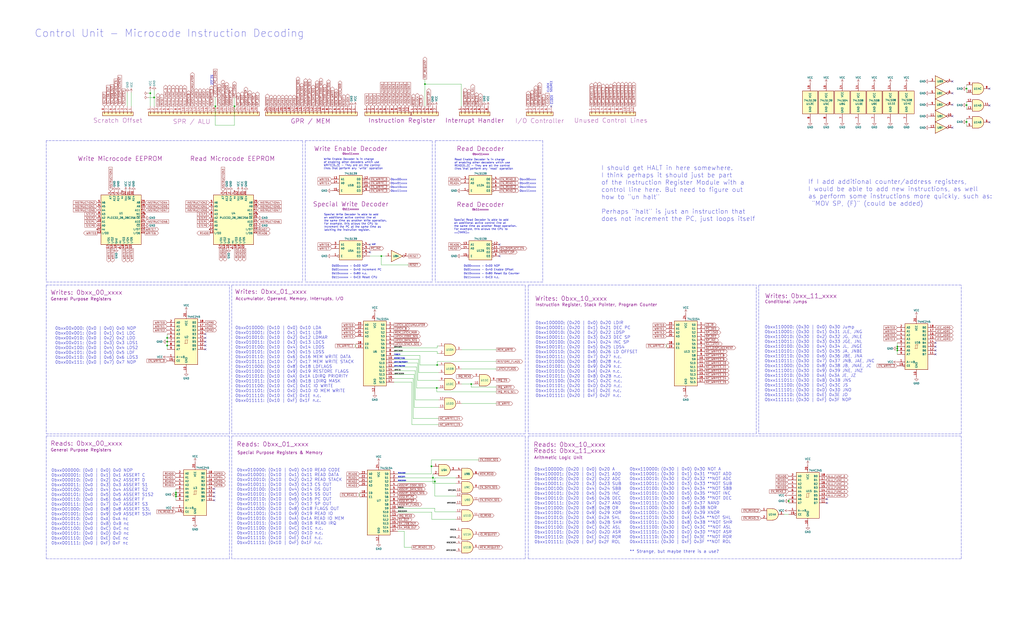
<source format=kicad_sch>
(kicad_sch (version 20211123) (generator eeschema)
  (paper "User" 680.009 419.989)
  (junction (at 641.858 69.85))
  (junction (at 110.998 227.076))
  (junction (at 99.822 61.976))
  (junction (at 116.84 328.676))
  (junction (at 595.884 232.918))
  (junction (at 288.798 320.04))
  (junction (at 290.322 242.57))
  (junction (at 595.884 231.648))
  (junction (at 641.858 81.026))
  (junction (at 290.068 257.81))
  (junction (at 286.512 309.88))
  (junction (at 641.858 58.928))
  (junction (at 116.84 329.946))
  (junction (at 253.238 170.18))
  (junction (at 312.928 255.27))
  (junction (at 155.702 70.612))
  (junction (at 595.884 230.378))
  (junction (at 102.362 64.77))
  (junction (at 287.528 317.5))
  (junction (at 110.998 229.616))
  (junction (at 110.998 224.536))
  (junction (at 282.194 55.88))
  (junction (at 523.748 332.994))
  (junction (at 116.84 327.406))
  (junction (at 143.002 70.612))
  (no_connect (at 366.014 70.612))
  (no_connect (at 331.724 170.18))
  (no_connect (at 549.148 331.724))
  (no_connect (at 549.148 334.264))
  (no_connect (at 142.24 332.486))
  (no_connect (at 657.098 81.28))
  (no_connect (at 245.618 162.56))
  (no_connect (at 136.398 224.536))
  (no_connect (at 136.398 227.076))
  (no_connect (at 136.398 229.616))
  (no_connect (at 136.398 221.996))
  (no_connect (at 136.398 232.156))
  (no_connect (at 245.618 167.64))
  (no_connect (at 632.46 77.216))
  (no_connect (at 632.46 84.836))
  (no_connect (at 657.098 58.928))
  (no_connect (at 657.098 70.104))
  (no_connect (at 632.46 54.102))
  (no_connect (at 632.46 61.976))
  (no_connect (at 632.46 69.596))
  (no_connect (at 142.24 327.406))
  (no_connect (at 142.24 329.946))
  (no_connect (at 142.24 324.866))
  (no_connect (at 331.724 162.56))
  (no_connect (at 621.284 230.378))
  (no_connect (at 621.284 232.918))
  (no_connect (at 621.284 235.458))
  (no_connect (at 621.284 227.838))
  (wire (pts (xy 116.84 324.866) (xy 116.84 327.406)))
  (wire (pts (xy 261.62 233.68) (xy 290.322 233.68)))
  (wire (pts (xy 261.62 246.38) (xy 275.844 246.38)))
  (wire (pts (xy 282.194 55.88) (xy 306.324 55.88)))
  (wire (pts (xy 290.322 233.68) (xy 290.322 234.95)))
  (wire (pts (xy 99.822 60.198) (xy 99.822 61.976)))
  (wire (pts (xy 641.858 67.564) (xy 641.858 69.85)))
  (polyline (pts (xy 30.734 93.472) (xy 30.734 187.452)))
  (wire (pts (xy 286.512 309.88) (xy 287.528 309.88)))
  (polyline (pts (xy 123.698 289.814) (xy 30.734 289.814)))
  (wire (pts (xy 282.194 55.88) (xy 282.194 70.612)))
  (wire (pts (xy 329.692 268.224) (xy 306.578 268.224)))
  (polyline (pts (xy 350.774 288.29) (xy 502.158 288.29)))
  (wire (pts (xy 102.362 60.198) (xy 102.362 64.77)))
  (wire (pts (xy 595.884 230.378) (xy 595.884 231.648)))
  (polyline (pts (xy 200.914 93.472) (xy 30.734 93.472)))
  (wire (pts (xy 98.552 64.77) (xy 102.362 64.77)))
  (wire (pts (xy 290.068 260.35) (xy 329.692 260.35)))
  (polyline (pts (xy 153.924 189.484) (xy 348.742 189.484)))
  (wire (pts (xy 641.858 69.85) (xy 641.858 72.644)))
  (wire (pts (xy 288.798 320.04) (xy 288.798 329.692)))
  (wire (pts (xy 87.122 61.468) (xy 87.122 70.612)))
  (polyline (pts (xy 502.158 288.29) (xy 502.158 189.484)))
  (wire (pts (xy 264.16 317.5) (xy 287.528 317.5)))
  (wire (pts (xy 143.002 83.312) (xy 155.702 83.312)))
  (polyline (pts (xy 350.774 189.484) (xy 350.774 288.29)))
  (wire (pts (xy 274.32 278.13) (xy 291.338 278.13)))
  (wire (pts (xy 641.858 78.74) (xy 641.858 81.026)))
  (wire (pts (xy 329.692 257.302) (xy 312.928 257.302)))
  (wire (pts (xy 261.62 248.92) (xy 275.082 248.92)))
  (polyline (pts (xy 202.692 93.472) (xy 287.02 93.472)))
  (wire (pts (xy 595.884 227.838) (xy 595.884 230.378)))
  (wire (pts (xy 287.528 321.31) (xy 287.528 317.5)))
  (wire (pts (xy 302.768 329.692) (xy 288.798 329.692)))
  (wire (pts (xy 277.368 241.3) (xy 277.368 252.73)))
  (wire (pts (xy 520.7 341.884) (xy 523.748 341.884)))
  (polyline (pts (xy 287.02 187.452) (xy 202.692 187.452)))
  (wire (pts (xy 312.928 257.302) (xy 312.928 255.27)))
  (wire (pts (xy 268.478 353.06) (xy 264.16 353.06)))
  (wire (pts (xy 110.998 227.076) (xy 110.998 229.616)))
  (wire (pts (xy 290.322 234.95) (xy 291.338 234.95)))
  (wire (pts (xy 595.884 232.918) (xy 595.884 235.458)))
  (wire (pts (xy 116.84 327.406) (xy 116.84 328.676)))
  (wire (pts (xy 116.84 328.676) (xy 116.84 329.946)))
  (wire (pts (xy 110.998 224.536) (xy 110.998 227.076)))
  (polyline (pts (xy 30.734 189.484) (xy 30.734 288.29)))
  (wire (pts (xy 273.558 254) (xy 273.558 282.194)))
  (wire (pts (xy 287.528 317.5) (xy 287.528 314.96)))
  (wire (pts (xy 595.884 231.648) (xy 595.884 232.918)))
  (wire (pts (xy 275.844 265.684) (xy 291.338 265.684)))
  (polyline (pts (xy 152.4 288.29) (xy 152.4 189.484)))
  (wire (pts (xy 277.368 252.73) (xy 291.338 252.73)))
  (wire (pts (xy 291.338 247.65) (xy 278.13 247.65)))
  (polyline (pts (xy 348.742 288.29) (xy 153.924 288.29)))
  (wire (pts (xy 329.692 232.41) (xy 306.578 232.41)))
  (wire (pts (xy 116.84 329.946) (xy 116.84 332.486)))
  (polyline (pts (xy 350.774 371.348) (xy 638.302 371.348)))
  (wire (pts (xy 276.606 257.81) (xy 276.606 243.84)))
  (polyline (pts (xy 30.734 187.452) (xy 200.914 187.452)))
  (polyline (pts (xy 152.4 371.348) (xy 152.4 289.814)))
  (wire (pts (xy 261.62 231.14) (xy 290.322 231.14)))
  (wire (pts (xy 155.702 70.612) (xy 155.702 83.312)))
  (wire (pts (xy 291.338 270.764) (xy 275.082 270.764)))
  (wire (pts (xy 245.618 170.18) (xy 253.238 170.18)))
  (polyline (pts (xy 123.698 189.484) (xy 30.734 189.484)))
  (wire (pts (xy 143.002 70.612) (xy 143.002 83.312)))
  (polyline (pts (xy 638.302 371.348) (xy 638.302 289.814)))
  (wire (pts (xy 302.768 345.186) (xy 286.766 345.186)))
  (wire (pts (xy 290.322 242.57) (xy 291.338 242.57)))
  (wire (pts (xy 110.998 229.616) (xy 110.998 232.156)))
  (wire (pts (xy 329.692 240.284) (xy 290.322 240.284)))
  (wire (pts (xy 253.238 170.18) (xy 256.032 170.18)))
  (wire (pts (xy 238.76 327.66) (xy 238.76 330.2)))
  (wire (pts (xy 278.892 242.57) (xy 290.322 242.57)))
  (wire (pts (xy 286.512 314.96) (xy 286.512 309.88)))
  (wire (pts (xy 290.322 231.14) (xy 290.322 229.87)))
  (wire (pts (xy 286.766 340.36) (xy 264.16 340.36)))
  (wire (pts (xy 442.722 228.6) (xy 442.722 231.14)))
  (wire (pts (xy 253.238 176.022) (xy 253.238 170.18)))
  (wire (pts (xy 288.798 317.5) (xy 288.798 320.04)))
  (wire (pts (xy 155.702 64.77) (xy 155.702 70.612)))
  (wire (pts (xy 98.552 61.976) (xy 99.822 61.976)))
  (wire (pts (xy 523.748 331.724) (xy 523.748 332.994)))
  (wire (pts (xy 99.822 61.976) (xy 99.822 70.612)))
  (wire (pts (xy 302.768 321.31) (xy 287.528 321.31)))
  (wire (pts (xy 274.32 251.46) (xy 274.32 278.13)))
  (polyline (pts (xy 503.936 288.29) (xy 638.302 288.29)))
  (wire (pts (xy 276.606 243.84) (xy 261.62 243.84)))
  (wire (pts (xy 261.62 241.3) (xy 277.368 241.3)))
  (wire (pts (xy 290.322 240.284) (xy 290.322 242.57)))
  (wire (pts (xy 290.068 257.81) (xy 290.068 260.35)))
  (wire (pts (xy 261.62 236.22) (xy 278.892 236.22)))
  (polyline (pts (xy 360.426 93.472) (xy 360.426 187.452)))
  (wire (pts (xy 264.16 337.82) (xy 288.798 337.82)))
  (polyline (pts (xy 30.734 289.814) (xy 30.734 371.348)))
  (polyline (pts (xy 30.734 371.348) (xy 152.4 371.348)))
  (wire (pts (xy 278.892 236.22) (xy 278.892 242.57)))
  (wire (pts (xy 288.798 340.106) (xy 302.768 340.106)))
  (wire (pts (xy 291.338 257.81) (xy 290.068 257.81)))
  (polyline (pts (xy 289.052 93.472) (xy 289.052 187.452)))
  (wire (pts (xy 286.766 345.186) (xy 286.766 340.36)))
  (wire (pts (xy 641.858 81.026) (xy 641.858 83.82)))
  (wire (pts (xy 312.928 255.27) (xy 314.452 255.27)))
  (wire (pts (xy 288.798 320.04) (xy 264.16 320.04)))
  (polyline (pts (xy 153.924 289.814) (xy 348.742 289.814)))
  (polyline (pts (xy 123.444 189.484) (xy 152.4 189.484)))
  (polyline (pts (xy 360.426 187.452) (xy 289.052 187.452)))
  (wire (pts (xy 290.068 257.81) (xy 276.606 257.81)))
  (wire (pts (xy 268.478 363.728) (xy 268.478 353.06)))
  (polyline (pts (xy 287.02 93.472) (xy 287.02 187.452)))
  (wire (pts (xy 278.13 238.76) (xy 261.62 238.76)))
  (wire (pts (xy 102.362 64.77) (xy 102.362 70.612)))
  (polyline (pts (xy 202.692 93.472) (xy 202.692 187.452)))
  (wire (pts (xy 84.582 61.468) (xy 84.582 70.612)))
  (wire (pts (xy 306.324 55.88) (xy 306.324 70.612)))
  (polyline (pts (xy 123.444 289.814) (xy 152.4 289.814)))
  (wire (pts (xy 271.272 176.022) (xy 253.238 176.022)))
  (wire (pts (xy 302.768 317.5) (xy 288.798 317.5)))
  (polyline (pts (xy 348.742 189.484) (xy 348.742 288.29)))
  (polyline (pts (xy 200.914 93.472) (xy 200.914 187.452)))
  (polyline (pts (xy 350.774 289.814) (xy 350.774 371.348)))
  (wire (pts (xy 261.62 251.46) (xy 274.32 251.46)))
  (wire (pts (xy 282.194 52.578) (xy 282.194 55.88)))
  (polyline (pts (xy 289.052 93.472) (xy 360.426 93.472)))
  (polyline (pts (xy 638.302 288.29) (xy 638.302 189.484)))
  (wire (pts (xy 273.558 282.194) (xy 291.338 282.194)))
  (polyline (pts (xy 153.924 189.484) (xy 153.924 288.29)))
  (polyline (pts (xy 348.742 371.348) (xy 153.924 371.348)))
  (wire (pts (xy 306.578 255.27) (xy 312.928 255.27)))
  (wire (pts (xy 329.692 245.11) (xy 306.578 245.11)))
  (polyline (pts (xy 30.734 288.29) (xy 152.4 288.29)))
  (wire (pts (xy 523.748 332.994) (xy 523.748 334.264)))
  (polyline (pts (xy 153.924 289.814) (xy 153.924 371.348)))
  (polyline (pts (xy 503.936 189.484) (xy 503.936 288.29)))
  (wire (pts (xy 275.082 248.92) (xy 275.082 270.764)))
  (wire (pts (xy 264.16 314.96) (xy 286.512 314.96)))
  (polyline (pts (xy 503.936 189.484) (xy 638.302 189.484)))
  (wire (pts (xy 273.558 363.728) (xy 268.478 363.728)))
  (polyline (pts (xy 348.742 289.814) (xy 348.742 371.348)))
  (wire (pts (xy 278.13 247.65) (xy 278.13 238.76)))
  (wire (pts (xy 290.322 229.87) (xy 291.338 229.87)))
  (wire (pts (xy 288.798 337.82) (xy 288.798 340.106)))
  (wire (pts (xy 286.512 305.562) (xy 318.008 305.562)))
  (wire (pts (xy 641.858 56.388) (xy 641.858 58.928)))
  (wire (pts (xy 143.002 64.77) (xy 143.002 70.612)))
  (wire (pts (xy 275.844 246.38) (xy 275.844 265.684)))
  (polyline (pts (xy 350.774 289.814) (xy 638.302 289.814)))
  (wire (pts (xy 261.62 254) (xy 273.558 254)))
  (polyline (pts (xy 350.774 189.484) (xy 502.158 189.484)))
  (wire (pts (xy 110.998 221.996) (xy 110.998 224.536)))
  (wire (pts (xy 641.858 58.928) (xy 641.858 61.468)))
  (wire (pts (xy 236.22 228.6) (xy 236.22 231.14)))
  (wire (pts (xy 286.512 309.88) (xy 286.512 305.562)))
  (text "~{WRITE_IRQ_MASK}" (at 261.62 243.84 0) (effects (font (size 0.6 0.6)) (justify left bottom)))
  (text "0bxx00x000: (0x0 | 0x0) 0x0 NOP\n0bxx00x001: (0x0 | 0x1) 0x1 LDC\n0bxx00x010: (0x0 | 0x2) 0x2 LDD\n0bxx00x011: (0x0 | 0x3) 0x3 LDS1\n0bxx00x100: (0x0 | 0x4) 0x4 LDS2\n0bxx00x101: (0x0 | 0x5) 0x5 LDF\n0bxx00x110: (0x0 | 0x6) 0x6 LDS3\n0bxx00x111: (0x0 | 0x7) 0x7 NOP" (at 36.576 242.062 0) (effects (font (size 2 2)) (justify left bottom)))
  (text "0b01xxxxxx - 0x40 Increment PC" (at 220.218 180.086 0) (effects (font (size 1.27 1.27)) (justify left bottom)))
  (text "CLOCK\nSOURCE" (at 366.776 61.468 90) (effects (font (size 1.27 1.27)) (justify left bottom)))
  (text "0bxx100000: (0x20 | 0x0) 0x20 LDIR\n0bxx100001: (0x20 | 0x1) 0x21 DEC PC\n0bxx100010: (0x20 | 0x2) 0x22 LDSP\n0bxx100011: (0x20 | 0x3) 0x23 DEC SP\n0bxx100100: (0x20 | 0x4) 0x24 INC SP\n0bxx100101: (0x20 | 0x5) 0x25 LDS4\n0bxx100110: (0x20 | 0x6) 0x26 LD OFFSET\n0bxx100111: (0x20 | 0x7) 0x27 n.c.\n0bxx101000: (0x20 | 0x8) 0x28 n.c.\n0bxx101001: (0x20 | 0x9) 0x29 n.c.\n0bxx101010: (0x20 | 0xA) 0x2A n.c.\n0bxx101011: (0x20 | 0xB) 0x2B n.c.\n0bxx101100: (0x20 | 0xC) 0x2C n.c.\n0bxx101101: (0x20 | 0xD) 0x2D n.c.\n0bxx101110: (0x20 | 0xE) 0x2E n.c.\n0bxx101111: (0x20 | 0xF) 0x2F n.c." (at 355.6 264.16 0) (effects (font (size 2 2)) (justify left bottom)))
  (text "~{FLAGS_IN}" (at 261.62 236.22 0) (effects (font (size 0.6 0.6)) (justify left bottom)))
  (text "NOP" (at 246.888 163.068 0) (effects (font (size 0.8 0.8)) (justify left bottom)))
  (text "~{CLOCK}" (at 367.284 69.596 90) (effects (font (size 1.27 1.27)) (justify left bottom)))
  (text "0bxx11xxxx" (at 259.334 127.762 0) (effects (font (size 1.27 1.27)) (justify left bottom)))
  (text "0b10xxxxxx - 0x80 n.c." (at 220.218 182.626 0) (effects (font (size 1.27 1.27)) (justify left bottom)))
  (text "0b00xxxxxx - 0x00 NOP" (at 220.218 177.546 0) (effects (font (size 1.27 1.27)) (justify left bottom)))
  (text "0bxx00xxxx" (at 259.334 120.142 0) (effects (font (size 1.27 1.27)) (justify left bottom)))
  (text "0bxx110000: (0x30 | 0x0) 0x30 NOT A\n0bxx110001: (0x30 | 0x1) 0x31 **NOT ADD\n0bxx110010: (0x30 | 0x2) 0x32 **NOT ADC\n0bxx110011: (0x30 | 0x3) 0x33 **NOT SUB\n0bxx110100: (0x30 | 0x4) 0x34 **NOT SBB\n0bxx110101: (0x30 | 0x5) 0x35 **NOT INC\n0bxx110110: (0x30 | 0x6) 0x36 **NOT DEC\n0bxx110111: (0x30 | 0x7) 0x37 NAND\n0bxx111000: (0x30 | 0x8) 0x38 NOR\n0bxx111001: (0x30 | 0x9) 0x39 XNOR\n0bxx111010: (0x30 | 0xA) 0x3A **NOT SHL\n0bxx111011: (0x30 | 0xB) 0x3B **NOT SHR\n0bxx111100: (0x30 | 0xC) 0x3C **NOT ASL\n0bxx111101: (0x30 | 0xD) 0x3D **NOT ASR\n0bxx111110: (0x30 | 0xE) 0x3E **NOT ROR\n0bxx111111: (0x30 | 0xF) 0x3F **NOT ROL\n\n** Strange, but maybe there is a use?" (at 418.084 367.792 0) (effects (font (size 2 2)) (justify left bottom)))
  (text "0bxx11xxxx" (at 344.932 127.762 0) (effects (font (size 1.27 1.27)) (justify left bottom)))
  (text "0bxx10xxxx" (at 344.932 125.222 0) (effects (font (size 1.27 1.27)) (justify left bottom)))
  (text "0b10xxxxxx - 0x80 Reset Op Counter" (at 307.848 182.626 0) (effects (font (size 1.27 1.27)) (justify left bottom)))
  (text "~{WRITE_IRQ_PRIORITY}" (at 261.62 241.3 0) (effects (font (size 0.6 0.6)) (justify left bottom)))
  (text "0bxx10xxxx" (at 259.334 125.222 0) (effects (font (size 1.27 1.27)) (justify left bottom)))
  (text "~{READ_STACK}" (at 264.16 320.04 0) (effects (font (size 0.6 0.6)) (justify left bottom)))
  (text "0b11xxxxxx - 0xC0 Reset CPU" (at 220.218 185.166 0) (effects (font (size 1.27 1.27)) (justify left bottom)))
  (text "0bxx01xxxx" (at 344.932 122.682 0) (effects (font (size 1.27 1.27)) (justify left bottom)))
  (text "0bxx110000: (0x30 | 0x0) 0x30 Jump\n0bxx110001: (0x30 | 0x1) 0x31 JLE, JNG\n0bxx110010: (0x30 | 0x2) 0x32 JG, JNLE\n0bxx110011: (0x30 | 0x3) 0x33 JGE, JNL\n0bxx110100: (0x30 | 0x4) 0x34 JL, JNGE\n0bxx110101: (0x30 | 0x5) 0x35 JA, JNBE\n0bxx110110: (0x30 | 0x6) 0x36 JBE, JNA\n0bxx110111: (0x30 | 0x7) 0x37 JNB, JAE, JNC\n0bxx111000: (0x30 | 0x8) 0x38 JB, JNAE, JC\n0bxx111001: (0x30 | 0x9) 0x39 JNE, JNZ\n0bxx111010: (0x30 | 0xA) 0x3A JE, JZ\n0bxx111011: (0x30 | 0xB) 0x3B JNS\n0bxx111100: (0x30 | 0xC) 0x3C JS\n0bxx111101: (0x30 | 0xD) 0x3D JNO\n0bxx111110: (0x30 | 0xE) 0x3E JO\n0bxx111111: (0x30 | 0xF) 0x3F NOP" (at 507.746 266.954 0) (effects (font (size 2 2)) (justify left bottom)))
  (text "~{RESTORE_FLAGS}" (at 261.62 238.76 0) (effects (font (size 0.6 0.6)) (justify left bottom)))
  (text "Read Enable Decoder is in charge\nof enabling other decoders which use\nREAD[0..3] - They are all the control\nlines that perform any \"read\" operation" (at 301.752 113.03 0) (effects (font (size 1.27 1.27)) (justify left bottom)))
  (text "0bxx00xxxx" (at 344.932 120.142 0) (effects (font (size 1.27 1.27)) (justify left bottom)))
  (text "~{JCC_EN}" (at 141.732 56.896 90) (effects (font (size 1.27 1.27)) (justify left bottom)))
  (text "~{READ_DATA}" (at 264.16 317.5 0) (effects (font (size 0.6 0.6)) (justify left bottom)))
  (text "0b01xxxxxx - 0x40 Enable Offset" (at 307.848 180.086 0) (effects (font (size 1.27 1.27)) (justify left bottom)))
  (text "0bxx010000: (0x10 | 0x0) 0x10 READ CODE\n0bxx010001: (0x10 | 0x1) 0x11 READ DATA\n0bxx010010: (0x10 | 0x2) 0x12 READ STACK\n0bxx010011: (0x10 | 0x3) 0x13 CS OUT\n0bxx010100: (0x10 | 0x4) 0x14 DS OUT\n0bxx010101: (0x10 | 0x5) 0x15 SS OUT\n0bxx010110: (0x10 | 0x6) 0x16 PC OUT\n0bxx010111: (0x10 | 0x7) 0x17 SP OUT\n0bxx011000: (0x10 | 0x8) 0x18 FLAGS OUT\n0bxx011001: (0x10 | 0x9) 0x19 READ IO\n0bxx011010: (0x10 | 0xA) 0x1A READ IO MEM\n0bxx011011: (0x10 | 0xB) 0x1B READ IRQ\n0bxx011100: (0x10 | 0xC) 0x1C n.c.\n0bxx011101: (0x10 | 0xD) 0x1D n.c.\n0bxx011110: (0x10 | 0xE) 0x1E n.c.\n0bxx011111: (0x10 | 0xF) 0x1F n.c." (at 157.226 361.95 0) (effects (font (size 2 2)) (justify left bottom)))
  (text "Write Enable Decoder is in charge\nof enabling other decoders which use\nWRITE[0..3] - They are all the control\nlines that perform any \"write\" operation" (at 214.884 112.776 0) (effects (font (size 1.27 1.27)) (justify left bottom)))
  (text "0bxx010000: (0x10 | 0x0) 0x10 LDA\n0bxx010001: (0x10 | 0x1) 0x11 LDB\n0bxx010010: (0x10 | 0x2) 0x12 LDMAR\n0bxx010011: (0x10 | 0x3) 0x13 LDCS\n0bxx010100: (0x10 | 0x4) 0x14 LDDS\n0bxx010101: (0x10 | 0x5) 0x15 LDSS\n0bxx010110: (0x10 | 0x6) 0x16 MEM WRITE DATA\n0bxx010111: (0x10 | 0x7) 0x17 MEM WRITE STACK\n0bxx011000: (0x10 | 0x8) 0x18 LDFLAGS\n0bxx011001: (0x10 | 0x9) 0x19 RESTORE FLAGS\n0bxx011010: (0x10 | 0xA) 0x1A LDIRQ PRIORITY\n0bxx011011: (0x10 | 0xB) 0x1B LDIRQ MASK\n0bxx011100: (0x10 | 0xC) 0x1C IO WRITE\n0bxx011101: (0x10 | 0xD) 0x1D IO MEM WRITE\n0bxx011110: (0x10 | 0xE) 0x1E n.c.\n0bxx011111: (0x10 | 0xF) 0x1F n.c." (at 156.21 267.462 0) (effects (font (size 2 2)) (justify left bottom)))
  (text "0bxx000000: (0x0 | 0x0) 0x0 NOP\n0bxx000001: (0x0 | 0x1) 0x1 ASSERT C\n0bxx000010: (0x0 | 0x2) 0x2 ASSERT D\n0bxx000011: (0x0 | 0x3) 0x3 ASSERT S1\n0bxx000100: (0x0 | 0x4) 0x4 ASSERT S2\n0bxx000101: (0x0 | 0x5) 0x5 ASSERT S1S2\n0bxx000110: (0x0 | 0x6) 0x6 ASSERT F\n0bxx000111: (0x0 | 0x7) 0x7 ASSERT S3\n0bxx001000: (0x0 | 0x8) 0x8 ASSERT S3L\n0bxx001001: (0x0 | 0x9) 0x9 ASSERT S3H\n0bxx001010: (0x0 | 0xA) 0xA nc\n0bxx001011: (0x0 | 0xB) 0xB nc\n0bxx001100: (0x0 | 0xC) 0xC nc\n0bxx001101: (0x0 | 0xD) 0xD nc\n0bxx001110: (0x0 | 0xE) 0xE nc\n0bxx001111: (0x0 | 0xF) 0xF nc" (at 34.036 362.204 0) (effects (font (size 2 2)) (justify left bottom)))
  (text "0bxx100000: (0x20 | 0x0) 0x20 A\n0bxx100001: (0x20 | 0x1) 0x21 ADD\n0bxx100010: (0x20 | 0x2) 0x22 ADC\n0bxx100011: (0x20 | 0x3) 0x23 SUB\n0bxx100100: (0x20 | 0x4) 0x24 SBB\n0bxx100101: (0x20 | 0x5) 0x25 INC\n0bxx100110: (0x20 | 0x6) 0x26 DEC\n0bxx100111: (0x20 | 0x7) 0x27 AND\n0bxx101000: (0x20 | 0x8) 0x28 OR\n0bxx101001: (0x20 | 0x9) 0x29 XOR\n0bxx101010: (0x20 | 0xA) 0x2A SHL\n0bxx101011: (0x20 | 0xB) 0x2B SHR\n0bxx101100: (0x20 | 0xC) 0x2C ASL\n0bxx101101: (0x20 | 0xD) 0x2D ASR\n0bxx101110: (0x20 | 0xE) 0x2E ROR\n0bxx101111: (0x20 | 0xF) 0x2F ROL" (at 354.838 361.442 0) (effects (font (size 2 2)) (justify left bottom)))
  (text "0b00xxxxxx - 0x00 NOP" (at 307.848 177.546 0) (effects (font (size 1.27 1.27)) (justify left bottom)))
  (text "Control Unit - Microcode Instruction Decoding" (at 22.86 25.146 0) (effects (font (size 5 5)) (justify left bottom)))
  (text "0b11xxxxxx - 0xC0 n.c." (at 307.848 185.166 0) (effects (font (size 1.27 1.27)) (justify left bottom)))
  (text "Special Write Decoder is able to add\nan additional active control line at \nthe same time as another Write operation.\nFor example, this allows the CPU to\nIncrement the PC at the same time as\nlatching the instrution register." (at 215.138 153.67 0) (effects (font (size 1.27 1.27)) (justify left bottom)))
  (text "~{READ_CODE}" (at 264.16 314.96 0) (effects (font (size 0.6 0.6)) (justify left bottom)))
  (text "Special Read Decoder is able to add\nan additional active control line at \nthe same time as another Read operation.\nFor example, this allows the CPU to\n....[todo]..." (at 301.498 155.194 0) (effects (font (size 1.27 1.27)) (justify left bottom)))
  (text "If I add additional counter/address registers, \nI would be able to add new instructions, as well \nas perform some instructions more quickly, such as:\n \"MOV SP, (F)\" (could be added)" (at 536.702 137.16 0) (effects (font (size 3 3)) (justify left bottom)))
  (text "0bxx01xxxx" (at 259.334 122.682 0) (effects (font (size 1.27 1.27)) (justify left bottom)))
  (text "I should get HALT in here somewhere.\nI think perhaps it should just be part\nof the Instruction Register Module with a \ncontrol line here. But need to figure out\nhow to \"un halt\"\n\nPerhaps \"halt\" is just an instruction that\ndoes not increment the PC, just loops itself" (at 399.288 147.32 0) (effects (font (size 3 3)) (justify left bottom)))
  (label "~{WRITE_IO}" (at 302.768 357.632 180) (effects (font (size 0.6 0.6))))
  (label "~{WRITE_DATA}" (at 261.62 231.14 0) (effects (font (size 0.6 0.6))))
  (label "~{READ_IO}" (at 302.768 352.552 180) (effects (font (size 0.6 0.6))))
  (label "~{READ_IO}" (at 264.16 337.82 0) (effects (font (size 0.6 0.6))))
  (label "~{READ_IO_MEM}" (at 302.768 361.188 180) (effects (font (size 0.6 0.6))))
  (label "~{WRITE_STACK}" (at 302.768 334.772 180) (effects (font (size 0.6 0.6))))
  (label "~{READ_IO_MEM}" (at 264.16 340.36 0) (effects (font (size 0.6 0.6))))
  (label "~{WRITE_IO_MEM}" (at 261.874 248.92 0) (effects (font (size 0.6 0.6))))
  (label "~{WRITE_IO}" (at 261.874 246.38 0) (effects (font (size 0.6 0.6))))
  (label "~{WRITE_IO_MEM}" (at 302.768 366.268 180) (effects (font (size 0.6 0.6))))
  (label "~{WRITE_DATA}" (at 302.768 326.39 180) (effects (font (size 0.6 0.6))))
  (label "~{WRITE_STACK}" (at 261.62 233.68 0) (effects (font (size 0.6 0.6))))
  (global_label "~{NC_WRITE2_9}" (shape output) (at 405.638 70.612 90) (property "Intersheet References" "${INTERSHEET_REFS}" (effects hide)))
  (global_label "GPR3" (shape output) (at 187.706 70.612 90) (property "Intersheet References" "${INTERSHEET_REFS}" (effects hide)))
  (global_label "~{S4_MSB_OUT}" (shape output) (at 264.16 350.52 0) (property "Intersheet References" "${INTERSHEET_REFS}" (effects hide)))
  (global_label "~{RESET}" (shape output) (at 360.934 70.612 90) (property "Intersheet References" "${INTERSHEET_REFS}" (effects hide)))
  (global_label "~{RESET}" (shape output) (at 271.272 176.022 0) (property "Intersheet References" "${INTERSHEET_REFS}" (effects hide)))
  (global_label "~{MEM_WRITE}" (shape output) (at 329.692 232.41 0) (property "Intersheet References" "${INTERSHEET_REFS}" (effects hide)))
  (global_label "WRITE3" (shape input) (at 442.722 223.52 180) (property "Intersheet References" "${INTERSHEET_REFS}" (effects hide)))
  (global_label "GPR0" (shape output) (at 195.326 70.612 90) (property "Intersheet References" "${INTERSHEET_REFS}" (effects hide)))
  (global_label "READ0" (shape input) (at 523.748 316.484 180) (property "Intersheet References" "${INTERSHEET_REFS}" (effects hide)))
  (global_label "ALU_FUNC_3" (shape output) (at 115.062 70.612 90) (property "Intersheet References" "${INTERSHEET_REFS}" (effects hide)))
  (global_label "ALU_FUNC_3" (shape output) (at 549.148 324.104 0) (property "Intersheet References" "${INTERSHEET_REFS}" (effects hide)))
  (global_label "~{MEM_REQUEST}" (shape output) (at 318.008 363.728 0) (property "Intersheet References" "${INTERSHEET_REFS}" (effects hide)))
  (global_label "~{IO_REQUEST}" (shape output) (at 318.008 355.092 0) (property "Intersheet References" "${INTERSHEET_REFS}" (effects hide)))
  (global_label "GPR6" (shape output) (at 142.24 322.326 0) (property "Intersheet References" "${INTERSHEET_REFS}" (effects hide)))
  (global_label "ALU_FUNC_5" (shape output) (at 549.148 329.184 0) (property "Intersheet References" "${INTERSHEET_REFS}" (effects hide)))
  (global_label "~{ASSERT_DATA_SEG}" (shape output) (at 205.486 70.612 90) (effects (font (size 1.2 1.2))) (property "Intersheet References" "${INTERSHEET_REFS}" (effects hide)))
  (global_label "~{EN_CODE_SEG}" (shape output) (at 318.008 305.562 0) (effects (font (size 1.2 1.2))) (property "Intersheet References" "${INTERSHEET_REFS}" (effects hide)))
  (global_label "INSTRUCTION1" (shape input) (at 139.192 137.16 180) (property "Intersheet References" "${INTERSHEET_REFS}" (effects hide)))
  (global_label "~{EN_DATA_SEG}" (shape output) (at 318.008 323.85 0) (effects (font (size 1.2 1.2))) (property "Intersheet References" "${INTERSHEET_REFS}" (effects hide)))
  (global_label "INSTRUCTION0" (shape input) (at 139.192 139.7 180) (property "Intersheet References" "${INTERSHEET_REFS}" (effects hide)))
  (global_label "~{EN_WRITE_1}" (shape input) (at 236.22 229.87 180) (property "Intersheet References" "${INTERSHEET_REFS}" (effects hide)))
  (global_label "~{IO_READ}" (shape output) (at 350.774 70.612 90) (property "Intersheet References" "${INTERSHEET_REFS}" (effects hide)))
  (global_label "INSTRUCTION5" (shape input) (at 96.266 137.16 0) (property "Intersheet References" "${INTERSHEET_REFS}" (effects hide)))
  (global_label "WRITE1" (shape output) (at 72.136 165.1 270) (property "Intersheet References" "${INTERSHEET_REFS}" (effects hide)))
  (global_label "WRITE6" (shape output) (at 96.266 154.94 0) (property "Intersheet References" "${INTERSHEET_REFS}" (effects hide)))
  (global_label "GPR4" (shape output) (at 142.24 317.246 0) (property "Intersheet References" "${INTERSHEET_REFS}" (effects hide)))
  (global_label "READ1" (shape input) (at 238.76 317.5 180) (property "Intersheet References" "${INTERSHEET_REFS}" (effects hide)))
  (global_label "~{IRQ_READ}" (shape input) (at 314.452 250.19 180) (property "Intersheet References" "${INTERSHEET_REFS}" (effects hide)))
  (global_label "~{EN_READ_0}" (shape input) (at 116.84 340.106 180) (property "Intersheet References" "${INTERSHEET_REFS}" (effects hide)))
  (global_label "~{IO_WRITE}" (shape output) (at 353.314 70.612 90) (property "Intersheet References" "${INTERSHEET_REFS}" (effects hide)))
  (global_label "~{SP_INC}" (shape output) (at 468.122 226.06 0) (property "Intersheet References" "${INTERSHEET_REFS}" (effects hide)))
  (global_label "~{EN_READ_1}" (shape input) (at 238.76 328.93 180) (property "Intersheet References" "${INTERSHEET_REFS}" (effects hide)))
  (global_label "RESET" (shape output) (at 228.346 70.612 90) (effects (font (size 1.2 1.2))) (property "Intersheet References" "${INTERSHEET_REFS}" (effects hide)))
  (global_label "WRITE3" (shape input) (at 236.22 223.52 180) (property "Intersheet References" "${INTERSHEET_REFS}" (effects hide)))
  (global_label "~{NC_WRITE2_9}" (shape output) (at 468.122 238.76 0) (property "Intersheet References" "${INTERSHEET_REFS}" (effects hide)))
  (global_label "~{IRQ_EN}" (shape output) (at 316.484 70.612 90) (property "Intersheet References" "${INTERSHEET_REFS}" (effects hide)))
  (global_label "~{LATCH_STACK_SEG}" (shape output) (at 261.62 228.6 0) (effects (font (size 1.2 1.2))) (property "Intersheet References" "${INTERSHEET_REFS}" (effects hide)))
  (global_label "STEP3" (shape input) (at 251.206 70.612 90) (property "Intersheet References" "${INTERSHEET_REFS}" (effects hide)))
  (global_label "WRITE1" (shape input) (at 442.722 218.44 180) (property "Intersheet References" "${INTERSHEET_REFS}" (effects hide)))
  (global_label "~{SET_DISPLACEMENT}" (shape input) (at 79.502 70.612 90) (property "Intersheet References" "${INTERSHEET_REFS}" (effects hide)))
  (global_label "INSTRUCTION1" (shape input) (at 64.516 137.16 180) (property "Intersheet References" "${INTERSHEET_REFS}" (effects hide)))
  (global_label "INSTRUCTION6" (shape input) (at 268.986 70.612 90) (property "Intersheet References" "${INTERSHEET_REFS}" (effects hide)))
  (global_label "~{LATCH_CODE_SEG}" (shape output) (at 261.62 223.52 0) (effects (font (size 1.2 1.2))) (property "Intersheet References" "${INTERSHEET_REFS}" (effects hide)))
  (global_label "WRITE0" (shape output) (at 64.516 154.94 180) (property "Intersheet References" "${INTERSHEET_REFS}" (effects hide)))
  (global_label "~{LATCH_ACCUMULATOR}" (shape output) (at 261.62 215.9 0) (property "Intersheet References" "${INTERSHEET_REFS}" (effects hide)))
  (global_label "~{SP_LOAD}" (shape output) (at 165.862 70.612 90) (property "Intersheet References" "${INTERSHEET_REFS}" (effects hide)))
  (global_label "STEP3" (shape input) (at 64.516 142.24 180) (property "Intersheet References" "${INTERSHEET_REFS}" (effects hide)))
  (global_label "STEP2" (shape input) (at 248.666 70.612 90) (property "Intersheet References" "${INTERSHEET_REFS}" (effects hide)))
  (global_label "STEP0" (shape input) (at 243.586 70.612 90) (property "Intersheet References" "${INTERSHEET_REFS}" (effects hide)))
  (global_label "~{NC_WRITE2_15}" (shape output) (at 468.122 254 0) (property "Intersheet References" "${INTERSHEET_REFS}" (effects hide)))
  (global_label "READ0" (shape input) (at 116.84 314.706 180) (property "Intersheet References" "${INTERSHEET_REFS}" (effects hide)))
  (global_label "~{PC_DEC}" (shape output) (at 160.782 70.612 90) (property "Intersheet References" "${INTERSHEET_REFS}" (effects hide)))
  (global_label "WRITE0" (shape input) (at 442.722 215.9 180) (property "Intersheet References" "${INTERSHEET_REFS}" (effects hide)))
  (global_label "~{S4_OUT}" (shape input) (at 69.342 70.612 90) (property "Intersheet References" "${INTERSHEET_REFS}" (effects hide)))
  (global_label "READ7" (shape output) (at 170.942 152.4 0) (property "Intersheet References" "${INTERSHEET_REFS}" (effects hide)))
  (global_label "ALU_FUNC_4" (shape output) (at 549.148 326.644 0) (property "Intersheet References" "${INTERSHEET_REFS}" (effects hide)))
  (global_label "STEP1" (shape input) (at 64.516 147.32 180) (property "Intersheet References" "${INTERSHEET_REFS}" (effects hide)))
  (global_label "~{NC_WRITE2_12}" (shape output) (at 468.122 246.38 0) (property "Intersheet References" "${INTERSHEET_REFS}" (effects hide)))
  (global_label "~{NC_WRITE2_10}" (shape output) (at 468.122 241.3 0) (property "Intersheet References" "${INTERSHEET_REFS}" (effects hide)))
  (global_label "READ3" (shape input) (at 523.748 324.104 180) (property "Intersheet References" "${INTERSHEET_REFS}" (effects hide)))
  (global_label "INSTRUCTION7" (shape input) (at 271.526 70.612 90) (property "Intersheet References" "${INTERSHEET_REFS}" (effects hide)))
  (global_label "GPR6" (shape output) (at 180.086 70.612 90) (property "Intersheet References" "${INTERSHEET_REFS}" (effects hide)))
  (global_label "~{ASSERT_SP}" (shape output) (at 264.16 332.74 0) (property "Intersheet References" "${INTERSHEET_REFS}" (effects hide)))
  (global_label "~{S4_DISPLACE_EN}" (shape input) (at 76.962 70.612 90) (property "Intersheet References" "${INTERSHEET_REFS}" (effects hide)))
  (global_label "~{EN_WRITE_2}" (shape output) (at 245.618 124.206 0) (property "Intersheet References" "${INTERSHEET_REFS}" (effects hide)))
  (global_label "GPR2" (shape output) (at 136.398 219.456 0) (property "Intersheet References" "${INTERSHEET_REFS}" (effects hide)))
  (global_label "INSTRUCTION3" (shape input) (at 261.366 70.612 90) (property "Intersheet References" "${INTERSHEET_REFS}" (effects hide)))
  (global_label "~{NC_READ1_15}" (shape output) (at 273.558 363.728 0) (property "Intersheet References" "${INTERSHEET_REFS}" (effects hide)))
  (global_label "~{IO_READ}" (shape output) (at 318.008 342.646 0) (property "Intersheet References" "${INTERSHEET_REFS}" (effects hide)))
  (global_label "IRQ_REG_SEL" (shape output) (at 313.944 70.612 90) (property "Intersheet References" "${INTERSHEET_REFS}" (effects hide)))
  (global_label "~{PC_INC}" (shape output) (at 158.242 70.612 90) (property "Intersheet References" "${INTERSHEET_REFS}" (effects hide)))
  (global_label "~{MEM_WRITE}" (shape output) (at 220.726 70.612 90) (property "Intersheet References" "${INTERSHEET_REFS}" (effects hide)))
  (global_label "READ5" (shape input) (at 306.324 119.126 180) (property "Intersheet References" "${INTERSHEET_REFS}" (effects hide)))
  (global_label "~{LATCH_ACCUMULATOR}" (shape output) (at 127.762 70.612 90) (property "Intersheet References" "${INTERSHEET_REFS}" (effects hide)))
  (global_label "~{MEM_LATCH_MAR}" (shape output) (at 261.62 220.98 0) (effects (font (size 1.2 1.2))) (property "Intersheet References" "${INTERSHEET_REFS}" (effects hide)))
  (global_label "~{NC_WRITE1_15}" (shape output) (at 291.338 282.194 0) (property "Intersheet References" "${INTERSHEET_REFS}" (effects hide)))
  (global_label "RESET" (shape output) (at 107.442 70.612 90) (property "Intersheet References" "${INTERSHEET_REFS}" (effects hide)))
  (global_label "INSTRUCTION0" (shape input) (at 253.746 70.612 90) (property "Intersheet References" "${INTERSHEET_REFS}" (effects hide)))
  (global_label "~{MEM_READ}" (shape output) (at 318.008 314.96 0) (effects (font (size 1.2 1.2))) (property "Intersheet References" "${INTERSHEET_REFS}" (effects hide)))
  (global_label "~{IRQ_WRITE}" (shape output) (at 329.692 257.302 0) (property "Intersheet References" "${INTERSHEET_REFS}" (effects hide)))
  (global_label "~{NC_WRITE2_7}" (shape output) (at 468.122 233.68 0) (property "Intersheet References" "${INTERSHEET_REFS}" (effects hide)))
  (global_label "WRITE0" (shape input) (at 595.884 217.678 180) (property "Intersheet References" "${INTERSHEET_REFS}" (effects hide)))
  (global_label "STEP1" (shape input) (at 139.192 147.32 180) (property "Intersheet References" "${INTERSHEET_REFS}" (effects hide)))
  (global_label "~{SP_DEC}" (shape output) (at 170.942 70.612 90) (property "Intersheet References" "${INTERSHEET_REFS}" (effects hide)))
  (global_label "~{NC_WRITE2_12}" (shape output) (at 413.258 70.612 90) (property "Intersheet References" "${INTERSHEET_REFS}" (effects hide)))
  (global_label "ALU_FUNC_1" (shape output) (at 120.142 70.612 90) (property "Intersheet References" "${INTERSHEET_REFS}" (effects hide)))
  (global_label "~{EN_READ_2}" (shape output) (at 331.724 124.206 0) (property "Intersheet References" "${INTERSHEET_REFS}" (effects hide)))
  (global_label "~{SP_LOAD}" (shape output) (at 468.122 220.98 0) (property "Intersheet References" "${INTERSHEET_REFS}" (effects hide)))
  (global_label "~{EN_STACK_SEG}" (shape output) (at 200.406 70.612 90) (effects (font (size 1.2 1.2))) (property "Intersheet References" "${INTERSHEET_REFS}" (effects hide)))
  (global_label "~{MEM_LATCH_MAR}" (shape output) (at 225.806 70.612 90) (effects (font (size 1.2 1.2))) (property "Intersheet References" "${INTERSHEET_REFS}" (effects hide)))
  (global_label "READ3" (shape input) (at 116.84 322.326 180) (property "Intersheet References" "${INTERSHEET_REFS}" (effects hide)))
  (global_label "STEP2" (shape input) (at 139.192 144.78 180) (property "Intersheet References" "${INTERSHEET_REFS}" (effects hide)))
  (global_label "~{PC_DEC}" (shape output) (at 468.122 218.44 0) (property "Intersheet References" "${INTERSHEET_REFS}" (effects hide)))
  (global_label "ALU_FUNC_5" (shape output) (at 109.982 70.612 90) (property "Intersheet References" "${INTERSHEET_REFS}" (effects hide)))
  (global_label "~{IO_WRITE}" (shape output) (at 329.692 268.224 0) (property "Intersheet References" "${INTERSHEET_REFS}" (effects hide)))
  (global_label "IRQ_REG_SEL" (shape output) (at 329.692 260.35 0) (property "Intersheet References" "${INTERSHEET_REFS}" (effects hide)))
  (global_label "~{EN_READ_2}" (shape input) (at 505.46 339.344 180) (property "Intersheet References" "${INTERSHEET_REFS}" (effects hide)))
  (global_label "~{EN_WRITE_0}" (shape input) (at 110.998 239.776 180) (property "Intersheet References" "${INTERSHEET_REFS}" (effects hide)))
  (global_label "STEP1" (shape input) (at 246.126 70.612 90) (property "Intersheet References" "${INTERSHEET_REFS}" (effects hide)))
  (global_label "READ5" (shape output) (at 162.052 165.1 270) (property "Intersheet References" "${INTERSHEET_REFS}" (effects hide)))
  (global_label "GPR0" (shape output) (at 136.398 214.376 0) (property "Intersheet References" "${INTERSHEET_REFS}" (effects hide)))
  (global_label "ALU_FUNC_2" (shape output) (at 117.602 70.612 90) (property "Intersheet References" "${INTERSHEET_REFS}" (effects hide)))
  (global_label "ALU_FUNC_0" (shape output) (at 549.148 316.484 0) (property "Intersheet References" "${INTERSHEET_REFS}" (effects hide)))
  (global_label "~{NC_WRITE2_11}" (shape output) (at 468.122 243.84 0) (property "Intersheet References" "${INTERSHEET_REFS}" (effects hide)))
  (global_label "ALU_FUNC_4" (shape output) (at 112.522 70.612 90) (property "Intersheet References" "${INTERSHEET_REFS}" (effects hide)))
  (global_label "~{ASSERT_DATA_SEG}" (shape output) (at 264.16 325.12 0) (effects (font (size 1.2 1.2))) (property "Intersheet References" "${INTERSHEET_REFS}" (effects hide)))
  (global_label "JCC_ADR2" (shape output) (at 621.284 222.758 0) (property "Intersheet References" "${INTERSHEET_REFS}" (effects hide)))
  (global_label "INSTRUCTION4" (shape input) (at 170.942 134.62 0) (property "Intersheet References" "${INTERSHEET_REFS}" (effects hide)))
  (global_label "~{LATCH_B}" (shape output) (at 125.222 70.612 90) (property "Intersheet References" "${INTERSHEET_REFS}" (effects hide)))
  (global_label "~{EN_DATA_SEG}" (shape output) (at 208.026 70.612 90) (effects (font (size 1.2 1.2))) (property "Intersheet References" "${INTERSHEET_REFS}" (effects hide)))
  (global_label "~{PC_INC}" (shape output) (at 245.618 165.1 0) (property "Intersheet References" "${INTERSHEET_REFS}" (effects hide)))
  (global_label "~{IRQ_EN}" (shape output) (at 329.692 252.73 0) (property "Intersheet References" "${INTERSHEET_REFS}" (effects hide)))
  (global_label "~{S4_LSB_OUT}" (shape output) (at 264.16 347.98 0) (property "Intersheet References" "${INTERSHEET_REFS}" (effects hide)))
  (global_label "READ1" (shape output) (at 146.812 165.1 270) (property "Intersheet References" "${INTERSHEET_REFS}" (effects hide)))
  (global_label "JCC_ADR0" (shape output) (at 621.284 217.678 0) (property "Intersheet References" "${INTERSHEET_REFS}" (effects hide)))
  (global_label "WRITE2" (shape input) (at 236.22 220.98 180) (property "Intersheet References" "${INTERSHEET_REFS}" (effects hide)))
  (global_label "WRITE2" (shape input) (at 110.998 219.456 180) (property "Intersheet References" "${INTERSHEET_REFS}" (effects hide)))
  (global_label "WRITE1" (shape input) (at 236.22 218.44 180) (property "Intersheet References" "${INTERSHEET_REFS}" (effects hide)))
  (global_label "~{LD_IR}" (shape output) (at 468.122 215.9 0) (property "Intersheet References" "${INTERSHEET_REFS}" (effects hide)))
  (global_label "~{EN_READ_2}" (shape input) (at 523.748 326.644 180) (property "Intersheet References" "${INTERSHEET_REFS}" (effects hide)))
  (global_label "WRITE4" (shape output) (at 84.836 165.1 270) (property "Intersheet References" "${INTERSHEET_REFS}" (effects hide)))
  (global_label "GPR1" (shape output) (at 136.398 216.916 0) (property "Intersheet References" "${INTERSHEET_REFS}" (effects hide)))
  (global_label "~{NC_WRITE2_13}" (shape output) (at 415.798 70.612 90) (property "Intersheet References" "${INTERSHEET_REFS}" (effects hide)))
  (global_label "~{EN_READ_1}" (shape output) (at 331.724 121.666 0) (property "Intersheet References" "${INTERSHEET_REFS}" (effects hide)))
  (global_label "READ3" (shape input) (at 238.76 322.58 180) (property "Intersheet References" "${INTERSHEET_REFS}" (effects hide)))
  (global_label "~{IRQ_READ}" (shape output) (at 264.16 342.9 0) (property "Intersheet References" "${INTERSHEET_REFS}" (effects hide)))
  (global_label "~{NC_WRITE2_8}" (shape output) (at 403.098 70.612 90) (property "Intersheet References" "${INTERSHEET_REFS}" (effects hide)))
  (global_label "~{RESET}" (shape output) (at 177.546 70.612 90) (property "Intersheet References" "${INTERSHEET_REFS}" (effects hide)))
  (global_label "~{LATCH_FLAGS}" (shape output) (at 329.692 245.11 0) (property "Intersheet References" "${INTERSHEET_REFS}" (effects hide)))
  (global_label "~{MEM_READ}" (shape output) (at 223.266 70.612 90) (effects (font (size 1.2 1.2))) (property "Intersheet References" "${INTERSHEET_REFS}" (effects hide)))
  (global_label "~{PC_LOAD}" (shape output) (at 155.702 64.77 90) (property "Intersheet References" "${INTERSHEET_REFS}" (effects hide)))
  (global_label "~{NC_WRITE1_14}" (shape output) (at 291.338 278.13 0) (property "Intersheet References" "${INTERSHEET_REFS}" (effects hide)))
  (global_label "~{NC_WRITE2_11}" (shape output) (at 410.718 70.612 90) (property "Intersheet References" "${INTERSHEET_REFS}" (effects hide)))
  (global_label "~{NC_WRITE2_15}" (shape output) (at 420.878 70.612 90) (property "Intersheet References" "${INTERSHEET_REFS}" (effects hide)))
  (global_label "~{LATCH_STACK_SEG}" (shape output) (at 202.946 70.612 90) (effects (font (size 1.2 1.2))) (property "Intersheet References" "${INTERSHEET_REFS}" (effects hide)))
  (global_label "ALU_FUNC_1" (shape output) (at 549.148 319.024 0) (property "Intersheet References" "${INTERSHEET_REFS}" (effects hide)))
  (global_label "~{S4_LATCH}" (shape output) (at 468.122 228.6 0) (property "Intersheet References" "${INTERSHEET_REFS}" (effects hide)))
  (global_label "READ4" (shape input) (at 306.324 121.666 180) (property "Intersheet References" "${INTERSHEET_REFS}" (effects hide)))
  (global_label "~{S4_LSB_OUT}" (shape input) (at 71.882 70.612 90) (property "Intersheet References" "${INTERSHEET_REFS}" (effects hide)))
  (global_label "GPR3" (shape output) (at 142.24 314.706 0) (property "Intersheet References" "${INTERSHEET_REFS}" (effects hide)))
  (global_label "~{NC_WRITE2_14}" (shape output) (at 468.122 251.46 0) (property "Intersheet References" "${INTERSHEET_REFS}" (effects hide)))
  (global_label "GPR5" (shape output) (at 182.626 70.612 90) (property "Intersheet References" "${INTERSHEET_REFS}" (effects hide)))
  (global_label "INSTRUCTION4" (shape input) (at 96.266 134.62 0) (property "Intersheet References" "${INTERSHEET_REFS}" (effects hide)))
  (global_label "~{ASSERT_PC}" (shape output) (at 153.162 70.612 90) (property "Intersheet References" "${INTERSHEET_REFS}" (effects hide)))
  (global_label "INSTRUCTION2" (shape input) (at 139.192 134.62 180) (property "Intersheet References" "${INTERSHEET_REFS}" (effects hide)))
  (global_label "READ6" (shape input) (at 306.324 162.56 180) (property "Intersheet References" "${INTERSHEET_REFS}" (effects hide)))
  (global_label "READ4" (shape output) (at 159.512 165.1 270) (property "Intersheet References" "${INTERSHEET_REFS}" (effects hide)))
  (global_label "READ2" (shape input) (at 238.76 320.04 180) (property "Intersheet References" "${INTERSHEET_REFS}" (effects hide)))
  (global_label "WRITE6" (shape input) (at 220.218 162.56 180) (property "Intersheet References" "${INTERSHEET_REFS}" (effects hide)))
  (global_label "INSTRUCTION4" (shape input) (at 263.906 70.612 90) (property "Intersheet References" "${INTERSHEET_REFS}" (effects hide)))
  (global_label "INSTRUCTION6" (shape input) (at 170.942 147.32 0) (property "Intersheet References" "${INTERSHEET_REFS}" (effects hide)))
  (global_label "GPR2" (shape output) (at 190.246 70.612 90) (property "Intersheet References" "${INTERSHEET_REFS}" (effects hide)))
  (global_label "WRITE4" (shape input) (at 220.218 121.666 180) (property "Intersheet References" "${INTERSHEET_REFS}" (effects hide)))
  (global_label "~{SP_DEC}" (shape output) (at 468.122 223.52 0) (property "Intersheet References" "${INTERSHEET_REFS}" (effects hide)))
  (global_label "CLOCK" (shape output) (at 277.114 70.612 90) (property "Intersheet References" "${INTERSHEET_REFS}" (effects hide)))
  (global_label "WRITE2" (shape input) (at 595.884 222.758 180) (property "Intersheet References" "${INTERSHEET_REFS}" (effects hide)))
  (global_label "~{EN_WRITE_3}" (shape output) (at 140.462 70.612 90) (property "Intersheet References" "${INTERSHEET_REFS}" (effects hide)))
  (global_label "~{LATCH_DATA_SEG}" (shape output) (at 210.566 70.612 90) (effects (font (size 1.2 1.2))) (property "Intersheet References" "${INTERSHEET_REFS}" (effects hide)))
  (global_label "JCC_ADR1" (shape output) (at 621.284 220.218 0) (property "Intersheet References" "${INTERSHEET_REFS}" (effects hide)))
  (global_label "STEP2" (shape input) (at 64.516 144.78 180) (property "Intersheet References" "${INTERSHEET_REFS}" (effects hide)))
  (global_label "~{ASSERT_CODE_SEG}" (shape output) (at 264.16 322.58 0) (effects (font (size 1.2 1.2))) (property "Intersheet References" "${INTERSHEET_REFS}" (effects hide)))
  (global_label "WRITE5" (shape output) (at 87.376 165.1 270) (property "Intersheet References" "${INTERSHEET_REFS}" (effects hide)))
  (global_label "INSTRUCTION3" (shape input) (at 73.406 127 90) (property "Intersheet References" "${INTERSHEET_REFS}" (effects hide)))
  (global_label "READ1" (shape input) (at 523.748 319.024 180) (property "Intersheet References" "${INTERSHEET_REFS}" (effects hide)))
  (global_label "INSTRUCTION7" (shape input) (at 170.942 139.7 0) (property "Intersheet References" "${INTERSHEET_REFS}" (effects hide)))
  (global_label "~{EN_CODE_SEG}" (shape output) (at 215.646 70.612 90) (effects (font (size 1.2 1.2))) (property "Intersheet References" "${INTERSHEET_REFS}" (effects hide)))
  (global_label "WRITE2" (shape input) (at 442.722 220.98 180) (property "Intersheet References" "${INTERSHEET_REFS}" (effects hide)))
  (global_label "~{NC_WRITE1_14}" (shape output) (at 395.478 70.612 90) (property "Intersheet References" "${INTERSHEET_REFS}" (effects hide)))
  (global_label "READ6" (shape output) (at 170.942 154.94 0) (property "Intersheet References" "${INTERSHEET_REFS}" (effects hide)))
  (global_label "~{S4_DISPLACE_EN}" (shape output) (at 331.724 165.1 0) (property "Intersheet References" "${INTERSHEET_REFS}" (effects hide)))
  (global_label "WRITE1" (shape input) (at 595.884 220.218 180) (property "Intersheet References" "${INTERSHEET_REFS}" (effects hide)))
  (global_label "~{ASSERT_CODE_SEG}" (shape output) (at 213.106 70.612 90) (effects (font (size 1.2 1.2))) (property "Intersheet References" "${INTERSHEET_REFS}" (effects hide)))
  (global_label "JCC_ADR3" (shape output) (at 621.284 225.298 0) (property "Intersheet References" "${INTERSHEET_REFS}" (effects hide)))
  (global_label "~{NC_WRITE2_10}" (shape output) (at 408.178 70.612 90) (property "Intersheet References" "${INTERSHEET_REFS}" (effects hide)))
  (global_label "RESTORE_FLAGS" (shape output) (at 329.692 240.284 0) (property "Intersheet References" "${INTERSHEET_REFS}" (effects hide)))
  (global_label "CLOCK" (shape output) (at 230.886 70.612 90) (effects (font (size 1.2 1.2))) (property "Intersheet References" "${INTERSHEET_REFS}" (effects hide)))
  (global_label "READ2" (shape output) (at 149.352 165.1 270) (property "Intersheet References" "${INTERSHEET_REFS}" (effects hide)))
  (global_label "~{ASSERT_SP}" (shape output) (at 163.322 70.612 90) (property "Intersheet References" "${INTERSHEET_REFS}" (effects hide)))
  (global_label "~{JCC_LD_PC_COND}" (shape input) (at 143.002 64.77 90) (property "Intersheet References" "${INTERSHEET_REFS}" (effects hide)))
  (global_label "READ7" (shape input) (at 306.324 165.1 180) (property "Intersheet References" "${INTERSHEET_REFS}" (effects hide)))
  (global_label "~{LD_IR}" (shape output) (at 279.654 70.612 90) (property "Intersheet References" "${INTERSHEET_REFS}" (effects hide)))
  (global_label "~{EN_WRITE_2}" (shape input) (at 442.722 229.87 180) (property "Intersheet References" "${INTERSHEET_REFS}" (effects hide)))
  (global_label "~{EN_READ_3}" (shape output) (at 331.724 126.746 0) (property "Intersheet References" "${INTERSHEET_REFS}" (effects hide)))
  (global_label "WRITE2" (shape output) (at 74.676 165.1 270) (property "Intersheet References" "${INTERSHEET_REFS}" (effects hide)))
  (global_label "CLOCK" (shape output) (at 104.902 70.612 90) (property "Intersheet References" "${INTERSHEET_REFS}" (effects hide)))
  (global_label "WRITE3" (shape output) (at 82.296 165.1 270) (property "Intersheet References" "${INTERSHEET_REFS}" (effects hide)))
  (global_label "~{ASSERT_PC}" (shape output) (at 264.16 330.2 0) (property "Intersheet References" "${INTERSHEET_REFS}" (effects hide)))
  (global_label "INSTRUCTION6" (shape input) (at 96.266 147.32 0) (property "Intersheet References" "${INTERSHEET_REFS}" (effects hide)))
  (global_label "RESTORE_FLAGS" (shape output) (at 148.082 70.612 90) (property "Intersheet References" "${INTERSHEET_REFS}" (effects hide)))
  (global_label "READ0" (shape input) (at 238.76 314.96 180) (property "Intersheet References" "${INTERSHEET_REFS}" (effects hide)))
  (global_label "~{RESET}" (shape output) (at 274.574 70.612 90) (property "Intersheet References" "${INTERSHEET_REFS}" (effects hide)))
  (global_label "~{NC_WRITE2_13}" (shape output) (at 468.122 248.92 0) (property "Intersheet References" "${INTERSHEET_REFS}" (effects hide)))
  (global_label "INSTRUCTION2" (shape input) (at 258.826 70.612 90) (property "Intersheet References" "${INTERSHEET_REFS}" (effects hide)))
  (global_label "READ2" (shape input) (at 523.748 321.564 180) (property "Intersheet References" "${INTERSHEET_REFS}" (effects hide)))
  (global_label "READ1" (shape input) (at 116.84 317.246 180) (property "Intersheet References" "${INTERSHEET_REFS}" (effects hide)))
  (global_label "~{MEM_REQUEST}" (shape output) (at 358.394 70.612 90) (property "Intersheet References" "${INTERSHEET_REFS}" (effects hide)))
  (global_label "~{ASSERT_FLAGS}" (shape output) (at 150.622 70.612 90) (property "Intersheet References" "${INTERSHEET_REFS}" (effects hide)))
  (global_label "WRITE7" (shape input) (at 220.218 165.1 180) (property "Intersheet References" "${INTERSHEET_REFS}" (effects hide)))
  (global_label "~{RESET_OP}" (shape output) (at 331.724 167.64 0) (property "Intersheet References" "${INTERSHEET_REFS}" (effects hide)))
  (global_label "READ3" (shape output) (at 156.972 165.1 270) (property "Intersheet References" "${INTERSHEET_REFS}" (effects hide)))
  (global_label "~{IRQ_WRITE}" (shape output) (at 308.864 70.612 90) (property "Intersheet References" "${INTERSHEET_REFS}" (effects hide)))
  (global_label "~{RESET_OP}" (shape output) (at 284.734 70.612 90) (property "Intersheet References" "${INTERSHEET_REFS}" (effects hide)))
  (global_label "RESET" (shape output) (at 271.272 170.18 0) (property "Intersheet References" "${INTERSHEET_REFS}" (effects hide)))
  (global_label "READ2" (shape input) (at 116.84 319.786 180) (property "Intersheet References" "${INTERSHEET_REFS}" (effects hide)))
  (global_label "~{S4_LATCH}" (shape input) (at 82.042 70.612 90) (property "Intersheet References" "${INTERSHEET_REFS}" (effects hide)))
  (global_label "GPR5" (shape output) (at 142.24 319.786 0) (property "Intersheet References" "${INTERSHEET_REFS}" (effects hide)))
  (global_label "~{EN_STACK_SEG}" (shape output) (at 318.008 332.232 0) (effects (font (size 1.2 1.2))) (property "Intersheet References" "${INTERSHEET_REFS}" (effects hide)))
  (global_label "GPR1" (shape output) (at 192.786 70.612 90) (property "Intersheet References" "${INTERSHEET_REFS}" (effects hide)))
  (global_label "STEP0" (shape input) (at 64.516 149.86 180) (property "Intersheet References" "${INTERSHEET_REFS}" (effects hide)))
  (global_label "~{IRQ_READ}" (shape output) (at 311.404 70.612 90) (property "Intersheet References" "${INTERSHEET_REFS}" (effects hide)))
  (global_label "INSTRUCTION5" (shape input) (at 170.942 137.16 0) (property "Intersheet References" "${INTERSHEET_REFS}" (effects hide)))
  (global_label "WRITE0" (shape input) (at 236.22 215.9 180) (property "Intersheet References" "${INTERSHEET_REFS}" (effects hide)))
  (global_label "INSTRUCTION3" (shape input) (at 148.082 127 90) (property "Intersheet References" "${INTERSHEET_REFS}" (effects hide)))
  (global_label "~{LATCH_B}" (shape output) (at 261.62 218.44 0) (property "Intersheet References" "${INTERSHEET_REFS}" (effects hide)))
  (global_label "~{EN_WRITE_3}" (shape input) (at 595.884 243.078 180) (property "Intersheet References" "${INTERSHEET_REFS}" (effects hide)))
  (global_label "~{S4_OUT}" (shape output) (at 264.16 345.44 0) (property "Intersheet References" "${INTERSHEET_REFS}" (effects hide)))
  (global_label "~{LATCH_DATA_SEG}" (shape output) (at 261.62 226.06 0) (effects (font (size 1.2 1.2))) (property "Intersheet References" "${INTERSHEET_REFS}" (effects hide)))
  (global_label "INSTRUCTION7" (shape input) (at 96.266 139.7 0) (property "Intersheet References" "${INTERSHEET_REFS}" (effects hide)))
  (global_label "~{IO_REQUEST}" (shape output) (at 355.854 70.612 90) (property "Intersheet References" "${INTERSHEET_REFS}" (effects hide)))
  (global_label "~{EN_READ_3}" (shape input) (at 505.46 344.424 180) (property "Intersheet References" "${INTERSHEET_REFS}" (effects hide)))
  (global_label "~{LATCH_CODE_SEG}" (shape output) (at 218.186 70.612 90) (effects (font (size 1.2 1.2))) (property "Intersheet References" "${INTERSHEET_REFS}" (effects hide)))
  (global_label "~{ASSERT_STACK_SEG}" (shape output) (at 264.16 327.66 0) (effects (font (size 1.2 1.2))) (property "Intersheet References" "${INTERSHEET_REFS}" (effects hide)))
  (global_label "STEP3" (shape input) (at 139.192 142.24 180) (property "Intersheet References" "${INTERSHEET_REFS}" (effects hide)))
  (global_label "CLOCK" (shape output) (at 319.024 70.612 90) (property "Intersheet References" "${INTERSHEET_REFS}" (effects hide)))
  (global_label "JCC_ADR1" (shape output) (at 132.842 70.612 90) (property "Intersheet References" "${INTERSHEET_REFS}" (effects hide)))
  (global_label "READ0" (shape output) (at 139.192 154.94 180) (property "Intersheet References" "${INTERSHEET_REFS}" (effects hide)))
  (global_label "~{EN_WRITE_0}" (shape output) (at 245.618 119.126 0) (property "Intersheet References" "${INTERSHEET_REFS}" (effects hide)))
  (global_label "ALU_FUNC_2" (shape output) (at 549.148 321.564 0) (property "Intersheet References" "${INTERSHEET_REFS}" (effects hide)))
  (global_label "~{EN_READ_0}" (shape output) (at 331.724 119.126 0) (property "Intersheet References" "${INTERSHEET_REFS}" (effects hide)))
  (global_label "WRITE3" (shape input) (at 595.884 225.298 180) (property "Intersheet References" "${INTERSHEET_REFS}" (effects hide)))
  (global_label "~{NC_WRITE2_8}" (shape output) (at 468.122 236.22 0) (property "Intersheet References" "${INTERSHEET_REFS}" (effects hide)))
  (global_label "JCC_ADR3" (shape output) (at 137.922 70.612 90) (property "Intersheet References" "${INTERSHEET_REFS}" (effects hide)))
  (global_label "~{ASSERT_FLAGS}" (shape output) (at 264.16 335.28 0) (property "Intersheet References" "${INTERSHEET_REFS}" (effects hide)))
  (global_label "INSTRUCTION1" (shape input) (at 256.286 70.612 90) (property "Intersheet References" "${INTERSHEET_REFS}" (effects hide)))
  (global_label "~{EN_WRITE_3}" (shape output) (at 245.618 126.746 0) (property "Intersheet References" "${INTERSHEET_REFS}" (effects hide)))
  (global_label "WRITE0" (shape input) (at 110.998 214.376 180) (property "Intersheet References" "${INTERSHEET_REFS}" (effects hide)))
  (global_label "INSTRUCTION0" (shape input) (at 64.516 139.7 180) (property "Intersheet References" "${INTERSHEET_REFS}" (effects hide)))
  (global_label "~{ASSERT_STACK_SEG}" (shape output) (at 197.866 70.612 90) (effects (font (size 1.2 1.2))) (property "Intersheet References" "${INTERSHEET_REFS}" (effects hide)))
  (global_label "~{S4_MSB_OUT}" (shape input) (at 74.422 70.612 90) (property "Intersheet References" "${INTERSHEET_REFS}" (effects hide)))
  (global_label "~{NC_READ1_15}" (shape output) (at 392.938 70.612 90) (property "Intersheet References" "${INTERSHEET_REFS}" (effects hide)))
  (global_label "WRITE1" (shape input) (at 110.998 216.916 180) (property "Intersheet References" "${INTERSHEET_REFS}" (effects hide)))
  (global_label "~{EN_WRITE_1}" (shape output) (at 245.618 121.666 0) (property "Intersheet References" "${INTERSHEET_REFS}" (effects hide)))
  (global_label "~{SET_DISPLACEMENT}" (shape output) (at 468.122 231.14 0) (property "Intersheet References" "${INTERSHEET_REFS}" (effects hide)))
  (global_label "~{NC_WRITE2_7}" (shape output) (at 400.558 70.612 90) (property "Intersheet References" "${INTERSHEET_REFS}" (effects hide)))
  (global_label "WRITE5" (shape input) (at 220.218 119.126 180) (property "Intersheet References" "${INTERSHEET_REFS}" (effects hide)))
  (global_label "STEP0" (shape input) (at 139.192 149.86 180) (property "Intersheet References" "${INTERSHEET_REFS}" (effects hide)))
  (global_label "ALU_FUNC_0" (shape output) (at 122.682 70.612 90) (property "Intersheet References" "${INTERSHEET_REFS}" (effects hide)))
  (global_label "GPR4" (shape output) (at 185.166 70.612 90) (property "Intersheet References" "${INTERSHEET_REFS}" (effects hide)))
  (global_label "WRITE7" (shape output) (at 96.266 152.4 0) (property "Intersheet References" "${INTERSHEET_REFS}" (effects hide)))
  (global_label "INSTRUCTION2" (shape input) (at 64.516 134.62 180) (property "Intersheet References" "${INTERSHEET_REFS}" (effects hide)))
  (global_label "JCC_ADR2" (shape output) (at 135.382 70.612 90) (property "Intersheet References" "${INTERSHEET_REFS}" (effects hide)))
  (global_label "~{NC_WRITE1_15}" (shape output) (at 398.018 70.612 90) (property "Intersheet References" "${INTERSHEET_REFS}" (effects hide)))
  (global_label "CLOCK" (shape input) (at 363.474 70.612 90) (property "Intersheet References" "${INTERSHEET_REFS}" (effects hide)))
  (global_label "JCC_ADR0" (shape output) (at 130.302 70.612 90) (property "Intersheet References" "${INTERSHEET_REFS}" (effects hide)))
  (global_label "~{INT_REQUEST}" (shape output) (at 282.194 52.578 90) (property "Intersheet References" "${INTERSHEET_REFS}" (effects hide)))
  (global_label "~{SP_INC}" (shape output) (at 168.402 70.612 90) (property "Intersheet References" "${INTERSHEET_REFS}" (effects hide)))
  (global_label "INSTRUCTION5" (shape input) (at 266.446 70.612 90) (property "Intersheet References" "${INTERSHEET_REFS}" (effects hide)))
  (global_label "~{LATCH_FLAGS}" (shape output) (at 145.542 70.612 90) (property "Intersheet References" "${INTERSHEET_REFS}" (effects hide)))
  (global_label "~{NC_WRITE2_14}" (shape output) (at 418.338 70.612 90) (property "Intersheet References" "${INTERSHEET_REFS}" (effects hide)))
  (symbol (lib_id "power:GND") (at 96.266 144.78 90) (unit 1)
    (property "Reference" "#PWR09" (effects hide))
    (property "Value" "GND" (at 101.092 144.78 90))
  )
  (symbol (lib_id "power:GND") (at 617.22 84.836 270) (unit 1)
    (property "Reference" "#PWR072" (effects hide))
    (property "Value" "GND" (at 612.648 84.836 90))
  )
  (symbol (lib_id "power:GND") (at 601.98 80.772 0) (unit 1)
    (property "Reference" "#PWR065" (effects hide))
    (property "Value" "GND" (at 601.98 84.582 0))
  )
  (symbol (lib_id "power:GND") (at 306.324 126.746 270) (unit 1)
    (property "Reference" "#PWR039" (effects hide))
    (property "Value" "GND" (at 301.498 126.746 90))
  )
  (symbol (lib_id "power:GND") (at 559.308 80.772 0) (unit 1)
    (property "Reference" "#PWR055" (effects hide))
    (property "Value" "GND" (at 559.308 84.582 0))
  )
  (symbol (lib_id "power:VCC") (at 158.242 127 0) (unit 1)
    (property "Reference" "#PWR024" (effects hide))
    (property "Value" "VCC" (at 158.242 122.174 90))
  )
  (symbol (lib_id "power:VCC") (at 248.92 208.28 0) (unit 1)
    (property "Reference" "#PWR033" (effects hide))
    (property "Value" "VCC" (at 248.92 204.47 0))
  )
  (symbol (lib_id "power:GND") (at 641.858 81.026 270) (unit 1)
    (property "Reference" "#PWR?" (effects hide))
    (property "Value" "GND" (at 637.286 81.026 90))
  )
  (symbol (lib_id "power:GND") (at 77.216 165.1 0) (unit 1)
    (property "Reference" "#PWR02" (effects hide))
    (property "Value" "GND" (at 77.216 169.926 90))
  )
  (symbol (lib_id "power:GND") (at 151.892 165.1 0) (unit 1)
    (property "Reference" "#PWR022" (effects hide))
    (property "Value" "GND" (at 151.892 169.926 90))
  )
  (symbol (lib_id "74xx:74LS04") (at 624.84 54.102 0) (unit 2)
    (property "Reference" "U8" (at 624.332 54.102 0))
    (property "Value" "74LS04" (effects hide))
    (property "Footprint" "Package_SO:SOIC-14_3.9x8.7mm_P1.27mm" (effects hide))
    (property "Datasheet" "http://www.ti.com/lit/gpn/sn74LS04" (effects hide))
  )
  (symbol (lib_id "power:GND") (at 580.644 80.772 0) (unit 1)
    (property "Reference" "#PWR059" (effects hide))
    (property "Value" "GND" (at 580.644 84.582 0))
  )
  (symbol (lib_id "74xx:74LS08") (at 298.958 245.11 0) (unit 2)
    (property "Reference" "U10" (at 298.704 245.11 0))
    (property "Value" "74LS08" (effects hide))
    (property "Footprint" "Package_SO:SOIC-14_3.9x8.7mm_P1.27mm" (effects hide))
    (property "Datasheet" "http://www.ti.com/lit/gpn/sn74LS08" (effects hide))
  )
  (symbol (lib_id "power:VCC") (at 87.122 61.468 0) (unit 1)
    (property "Reference" "#PWR07" (effects hide))
    (property "Value" "VCC" (at 87.376 56.388 90))
  )
  (symbol (lib_id "power:VCC") (at 601.98 55.372 0) (unit 1)
    (property "Reference" "#PWR064" (effects hide))
    (property "Value" "VCC" (at 601.98 51.562 0))
  )
  (symbol (lib_id "74xx:74HC245") (at 536.448 329.184 0) (unit 1)
    (property "Reference" "U15" (at 535.178 326.39 0) (effects (justify left)))
    (property "Value" "74HC245" (at 536.956 312.674 0) (effects (justify left)))
    (property "Footprint" "Package_SO:SOIC-20W_7.5x12.8mm_P1.27mm" (effects hide))
    (property "Datasheet" "http://www.ti.com/lit/gpn/sn74HC245" (effects hide))
    (property "Field4" "Reads: 0bxx_10_xxxx" (at 378.206 295.402 0) (effects (font (size 3 3))))
    (property "Field5" "Arithmetic Logic Unit" (at 354.584 304.038 0) (effects (font (size 2 2)) (justify left)))
    (property "Field6" "Reads: 0bxx_11_xxxx" (at 378.206 299.466 0) (effects (font (size 3 3))))
  )
  (symbol (lib_id "74xx:74LS154") (at 251.46 332.74 0) (unit 1)
    (property "Reference" "U7" (at 250.19 332.74 0) (effects (justify left)))
    (property "Value" "74LS154" (at 252.222 311.15 0) (effects (justify left)))
    (property "Footprint" "Package_SO:SOIC-24W_7.5x15.4mm_P1.27mm" (effects hide))
    (property "Datasheet" "http://www.ti.com/lit/gpn/sn74LS154" (effects hide))
    (property "Field4" "Reads: 0bxx_01_xxxx" (at 181.102 295.148 0) (effects (font (size 3 3))))
    (property "Field5" "Special Purpose Registers & Memory" (at 157.48 300.736 0) (effects (font (size 2 2)) (justify left)))
  )
  (symbol (lib_id "74xx:74LS08") (at 298.958 255.27 0) (unit 3)
    (property "Reference" "U10" (at 298.704 255.27 0))
    (property "Value" "74LS08" (effects hide))
    (property "Footprint" "Package_SO:SOIC-14_3.9x8.7mm_P1.27mm" (effects hide))
    (property "Datasheet" "http://www.ti.com/lit/gpn/sn74LS08" (effects hide))
  )
  (symbol (lib_id "Connector_Generic:Conn_01x08") (at 79.502 75.692 270) (unit 1)
    (property "Reference" "J1" (effects hide))
    (property "Value" "Conn_01x08" (effects hide))
    (property "Footprint" "Connector_PinHeader_2.54mm:PinHeader_1x08_P2.54mm_Vertical" (effects hide))
    (property "Field4" "Scratch Offset" (at 78.232 80.01 90) (effects (font (size 3 3))))
  )
  (symbol (lib_id "74xx:74LS139") (at 319.024 121.666 0) (unit 1)
    (property "Reference" "U12" (at 319.024 123.19 0))
    (property "Value" "74LS139" (at 319.024 115.316 0))
    (property "Footprint" "Package_SO:SOIC-16_3.9x9.9mm_P1.27mm" (effects hide))
    (property "Datasheet" "http://www.ti.com/lit/ds/symlink/sn74ls139a.pdf" (effects hide))
    (property "Field4" "Read Decoder" (at 319.024 98.806 0) (effects (font (size 3 3))))
    (property "Field5" "0bxx11xxxx" (at 319.278 102.362 0))
  )
  (symbol (lib_id "power:GND") (at 617.22 69.596 270) (unit 1)
    (property "Reference" "#PWR070" (effects hide))
    (property "Value" "GND" (at 612.648 69.596 90))
  )
  (symbol (lib_id "power:GND") (at 75.946 127 180) (unit 1)
    (property "Reference" "#PWR01" (effects hide))
    (property "Value" "GND" (at 75.946 122.174 90))
  )
  (symbol (lib_id "power:VCC") (at 537.972 55.372 0) (unit 1)
    (property "Reference" "#PWR050" (effects hide))
    (property "Value" "VCC" (at 537.972 51.562 0))
  )
  (symbol (lib_id "74xx:74LS08") (at 310.388 314.96 0) (unit 2)
    (property "Reference" "U9" (at 310.134 314.96 0))
    (property "Value" "74LS08" (effects hide))
    (property "Footprint" "Package_SO:SOIC-14_3.9x8.7mm_P1.27mm" (effects hide))
    (property "Datasheet" "http://www.ti.com/lit/gpn/sn74LS08" (effects hide))
  )
  (symbol (lib_id "power:GND") (at 537.972 80.772 0) (unit 1)
    (property "Reference" "#PWR051" (effects hide))
    (property "Value" "GND" (at 537.972 84.582 0))
  )
  (symbol (lib_id "power:GND") (at 569.976 80.772 0) (unit 1)
    (property "Reference" "#PWR057" (effects hide))
    (property "Value" "GND" (at 569.976 84.582 0))
  )
  (symbol (lib_id "power:GND") (at 123.698 247.396 0) (unit 1)
    (property "Reference" "#PWR018" (effects hide))
    (property "Value" "GND" (at 123.698 251.46 0))
  )
  (symbol (lib_id "Connector_Generic:Conn_01x24") (at 208.026 75.692 270) (unit 1)
    (property "Reference" "J3" (effects hide))
    (property "Value" "Conn_01x24" (effects hide))
    (property "Footprint" "Connector_PinHeader_2.54mm:PinHeader_1x24_P2.54mm_Vertical" (effects hide))
    (property "Field4" "GPR / MEM" (at 206.248 80.518 90) (effects (font (size 3 3))))
  )
  (symbol (lib_id "74xx:74LS08") (at 649.478 81.28 0) (unit 2)
    (property "Reference" "U14" (at 649.224 81.28 0))
    (property "Value" "74LS08" (effects hide))
    (property "Footprint" "Package_SO:SOIC-14_3.9x8.7mm_P1.27mm" (effects hide))
    (property "Datasheet" "http://www.ti.com/lit/gpn/sn74LS08" (effects hide))
  )
  (symbol (lib_id "power:VCC") (at 559.308 55.372 0) (unit 1)
    (property "Reference" "#PWR054" (effects hide))
    (property "Value" "VCC" (at 559.308 51.562 0))
  )
  (symbol (lib_id "power:GND") (at 641.858 69.85 270) (unit 1)
    (property "Reference" "#PWR074" (effects hide))
    (property "Value" "GND" (at 637.286 69.85 90))
  )
  (symbol (lib_id "power:GND") (at 153.162 127 180) (unit 1)
    (property "Reference" "#PWR023" (effects hide))
    (property "Value" "GND" (at 153.162 122.174 90))
  )
  (symbol (lib_id "power:VCC") (at 324.104 70.612 0) (mirror y) (unit 1)
    (property "Reference" "#PWR042" (effects hide))
    (property "Value" "VCC" (at 324.104 65.532 90))
  )
  (symbol (lib_id "power:GND") (at 617.22 54.102 270) (unit 1)
    (property "Reference" "#PWR068" (effects hide))
    (property "Value" "GND" (at 612.648 54.102 90))
  )
  (symbol (lib_id "74xx:74LS08") (at 310.388 323.85 0) (unit 3)
    (property "Reference" "U9" (at 310.134 323.85 0))
    (property "Value" "74LS08" (effects hide))
    (property "Footprint" "Package_SO:SOIC-14_3.9x8.7mm_P1.27mm" (effects hide))
    (property "Datasheet" "http://www.ti.com/lit/gpn/sn74LS08" (effects hide))
  )
  (symbol (lib_id "74xx:74LS08") (at 298.958 232.41 0) (unit 1)
    (property "Reference" "U10" (at 298.704 232.41 0))
    (property "Value" "74LS08" (effects hide))
    (property "Footprint" "Package_SO:SOIC-14_3.9x8.7mm_P1.27mm" (effects hide))
    (property "Datasheet" "http://www.ti.com/lit/gpn/sn74LS08" (effects hide))
  )
  (symbol (lib_id "power:GND") (at 220.218 170.18 270) (unit 1)
    (property "Reference" "#PWR030" (effects hide))
    (property "Value" "GND" (at 215.392 170.18 90))
  )
  (symbol (lib_id "74xx:74LS08") (at 310.388 363.728 0) (unit 2)
    (property "Reference" "U11" (at 310.134 363.728 0))
    (property "Value" "74LS08" (effects hide))
    (property "Footprint" "Package_SO:SOIC-14_3.9x8.7mm_P1.27mm" (effects hide))
    (property "Datasheet" "http://www.ti.com/lit/gpn/sn74LS08" (effects hide))
  )
  (symbol (lib_id "Stephen:PLCC32_28_28C256") (at 79.756 144.78 0) (unit 1)
    (property "Reference" "U1" (at 78.994 141.732 0) (effects (justify left)))
    (property "Value" "PLCC32_28_28C256" (at 71.12 144.78 0) (effects (justify left)))
    (property "Footprint" "Stephenv6:PLCC-32-SOCKET-Microchip-32J-10_2001-B-IPC_A" (effects hide))
    (property "Datasheet" "http://ww1.microchip.com/downloads/en/DeviceDoc/doc0006.pdf" (effects hide))
    (property "Field4" "Write Microcode EEPROM" (at 79.756 105.41 0) (effects (font (size 3 3))))
  )
  (symbol (lib_id "power:GND") (at 170.942 144.78 90) (unit 1)
    (property "Reference" "#PWR027" (effects hide))
    (property "Value" "GND" (at 175.768 144.78 90))
  )
  (symbol (lib_id "power:VCC") (at 123.698 206.756 0) (unit 1)
    (property "Reference" "#PWR017" (effects hide))
    (property "Value" "VCC" (at 123.698 202.946 0))
  )
  (symbol (lib_id "power:GND") (at 591.312 80.772 0) (unit 1)
    (property "Reference" "#PWR061" (effects hide))
    (property "Value" "GND" (at 591.312 84.582 0))
  )
  (symbol (lib_id "power:PWR_FLAG") (at 98.552 61.976 90) (unit 1)
    (property "Reference" "#FLG01" (effects hide))
    (property "Value" "PWR_FLAG" (effects hide))
  )
  (symbol (lib_id "power:VCC") (at 591.312 55.372 0) (unit 1)
    (property "Reference" "#PWR060" (effects hide))
    (property "Value" "VCC" (at 591.312 51.562 0))
  )
  (symbol (lib_id "power:GND") (at 150.622 127 180) (unit 1)
    (property "Reference" "#PWR021" (effects hide))
    (property "Value" "GND" (at 150.622 122.174 90))
  )
  (symbol (lib_id "power:VCC") (at 608.584 210.058 0) (unit 1)
    (property "Reference" "#PWR066" (effects hide))
    (property "Value" "VCC" (at 608.584 206.248 0))
  )
  (symbol (lib_id "power:VCC") (at 455.422 208.28 0) (unit 1)
    (property "Reference" "#PWR043" (effects hide))
    (property "Value" "VCC" (at 455.422 204.47 0))
  )
  (symbol (lib_id "74xx:74HC245") (at 608.584 230.378 0) (unit 1)
    (property "Reference" "U16" (at 607.314 227.584 0) (effects (justify left)))
    (property "Value" "74HC245" (at 609.092 213.868 0) (effects (justify left)))
    (property "Footprint" "Package_SO:SOIC-20W_7.5x12.8mm_P1.27mm" (effects hide))
    (property "Datasheet" "http://www.ti.com/lit/gpn/sn74HC245" (effects hide))
    (property "Field4" "Writes: 0bxx_11_xxxx" (at 531.876 196.596 0) (effects (font (size 3 3))))
    (property "Field5" "Conditional Jumps" (at 521.97 200.406 0) (effects (font (size 2 2))))
  )
  (symbol (lib_id "74xx:74LS08") (at 310.388 342.646 0) (unit 4)
    (property "Reference" "U11" (at 310.134 342.646 0))
    (property "Value" "74LS08" (effects hide))
    (property "Footprint" "Package_SO:SOIC-14_3.9x8.7mm_P1.27mm" (effects hide))
    (property "Datasheet" "http://www.ti.com/lit/gpn/sn74LS08" (effects hide))
  )
  (symbol (lib_id "power:VCC") (at 580.644 55.372 0) (unit 1)
    (property "Reference" "#PWR058" (effects hide))
    (property "Value" "VCC" (at 580.644 51.562 0))
  )
  (symbol (lib_id "Connector_Generic:Conn_01x29") (at 135.382 75.692 90) (mirror x) (unit 1)
    (property "Reference" "J2" (effects hide))
    (property "Value" "Conn_01x29" (effects hide))
    (property "Footprint" "Connector_PinHeader_2.54mm:PinHeader_1x29_P2.54mm_Vertical" (effects hide))
    (property "Field4" "SPR / ALU" (at 127.254 80.772 90) (effects (font (size 3 3))))
  )
  (symbol (lib_id "74xx:74LS139") (at 548.64 68.072 0) (unit 3)
    (property "Reference" "U5" (at 548.64 69.088 0))
    (property "Value" "74LS139" (at 548.64 66.802 0))
    (property "Footprint" "Package_SO:SOIC-16_3.9x9.9mm_P1.27mm" (effects hide))
    (property "Datasheet" "http://www.ti.com/lit/ds/symlink/sn74ls139a.pdf" (effects hide))
    (property "Field4" "Read Decoder" (effects hide))
  )
  (symbol (lib_id "74xx:74LS04") (at 624.84 61.976 0) (unit 3)
    (property "Reference" "U8" (at 624.078 61.976 0))
    (property "Value" "74LS04" (effects hide))
    (property "Footprint" "Package_SO:SOIC-14_3.9x8.7mm_P1.27mm" (effects hide))
    (property "Datasheet" "http://www.ti.com/lit/gpn/sn74LS04" (effects hide))
  )
  (symbol (lib_id "power:GND") (at 595.884 231.648 270) (unit 1)
    (property "Reference" "#PWR062" (effects hide))
    (property "Value" "GND" (at 591.058 231.648 90))
  )
  (symbol (lib_id "74xx:74LS08") (at 601.98 68.072 0) (unit 5)
    (property "Reference" "U14" (at 599.948 68.834 0) (effects (justify left)))
    (property "Value" "74LS08" (at 598.424 66.548 0) (effects (justify left)))
    (property "Footprint" "Package_SO:SOIC-14_3.9x8.7mm_P1.27mm" (effects hide))
    (property "Datasheet" "http://www.ti.com/lit/gpn/sn74LS08" (effects hide))
  )
  (symbol (lib_id "power:GND") (at 129.54 347.726 0) (unit 1)
    (property "Reference" "#PWR020" (effects hide))
    (property "Value" "GND" (at 129.54 351.79 0))
  )
  (symbol (lib_id "74xx:74LS08") (at 310.388 332.232 0) (unit 4)
    (property "Reference" "U9" (at 310.388 332.232 0))
    (property "Value" "74LS08" (effects hide))
    (property "Footprint" "Package_SO:SOIC-14_3.9x8.7mm_P1.27mm" (effects hide))
    (property "Datasheet" "http://www.ti.com/lit/gpn/sn74LS08" (effects hide))
  )
  (symbol (lib_id "power:GND") (at 84.582 61.468 180) (unit 1)
    (property "Reference" "#PWR05" (effects hide))
    (property "Value" "GND" (at 84.582 56.388 90))
  )
  (symbol (lib_id "power:GND") (at 163.322 127 180) (unit 1)
    (property "Reference" "#PWR026" (effects hide))
    (property "Value" "GND" (at 163.322 122.174 90))
  )
  (symbol (lib_id "power:VCC") (at 99.822 60.198 0) (unit 1)
    (property "Reference" "#PWR011" (effects hide))
    (property "Value" "VCC" (at 99.822 55.372 90))
  )
  (symbol (lib_id "74xx:74LS04") (at 624.84 69.596 0) (unit 4)
    (property "Reference" "U8" (at 624.078 69.596 0))
    (property "Value" "74LS04" (effects hide))
    (property "Footprint" "Package_SO:SOIC-14_3.9x8.7mm_P1.27mm" (effects hide))
    (property "Datasheet" "http://www.ti.com/lit/gpn/sn74LS04" (effects hide))
  )
  (symbol (lib_id "power:GND") (at 321.564 70.612 0) (mirror x) (unit 1)
    (property "Reference" "#PWR041" (effects hide))
    (property "Value" "GND" (at 321.564 65.532 90))
  )
  (symbol (lib_id "74xx:74LS04") (at 559.308 68.072 0) (unit 7)
    (property "Reference" "U8" (at 557.276 69.088 0) (effects (justify left)))
    (property "Value" "74LS04" (at 555.752 66.802 0) (effects (justify left)))
    (property "Footprint" "Package_SO:SOIC-14_3.9x8.7mm_P1.27mm" (effects hide))
    (property "Datasheet" "http://www.ti.com/lit/gpn/sn74LS04" (effects hide))
  )
  (symbol (lib_id "power:VCC") (at 160.782 127 0) (unit 1)
    (property "Reference" "#PWR025" (effects hide))
    (property "Value" "VCC" (at 160.782 122.174 90))
  )
  (symbol (lib_id "power:VCC") (at 523.748 329.184 90) (unit 1)
    (property "Reference" "#PWR045" (effects hide))
    (property "Value" "VCC" (at 518.922 329.184 90))
  )
  (symbol (lib_id "power:GND") (at 102.362 60.198 180) (unit 1)
    (property "Reference" "#PWR012" (effects hide))
    (property "Value" "GND" (at 102.362 55.372 90))
  )
  (symbol (lib_id "power:VCC") (at 116.84 337.566 90) (unit 1)
    (property "Reference" "#PWR016" (effects hide))
    (property "Value" "VCC" (at 112.014 337.566 90))
  )
  (symbol (lib_id "74xx:74LS04") (at 624.84 84.836 0) (unit 6)
    (property "Reference" "U8" (at 624.332 84.836 0))
    (property "Value" "74LS04" (effects hide))
    (property "Footprint" "Package_SO:SOIC-14_3.9x8.7mm_P1.27mm" (effects hide))
    (property "Datasheet" "http://www.ti.com/lit/gpn/sn74LS04" (effects hide))
  )
  (symbol (lib_id "power:VCC") (at 569.976 55.372 0) (unit 1)
    (property "Reference" "#PWR056" (effects hide))
    (property "Value" "VCC" (at 569.976 51.562 0))
  )
  (symbol (lib_id "power:GND") (at 617.22 77.216 270) (unit 1)
    (property "Reference" "#PWR071" (effects hide))
    (property "Value" "GND" (at 612.648 77.216 90))
  )
  (symbol (lib_id "74xx:74LS08") (at 591.312 68.072 0) (unit 5)
    (property "Reference" "U11" (at 589.534 68.834 0) (effects (justify left)))
    (property "Value" "74LS08" (at 587.756 66.548 0) (effects (justify left)))
    (property "Footprint" "Package_SO:SOIC-14_3.9x8.7mm_P1.27mm" (effects hide))
    (property "Datasheet" "http://www.ti.com/lit/gpn/sn74LS08" (effects hide))
  )
  (symbol (lib_id "power:VCC") (at 235.966 70.612 0) (unit 1)
    (property "Reference" "#PWR032" (effects hide))
    (property "Value" "VCC" (at 235.966 65.532 90))
  )
  (symbol (lib_id "power:GND") (at 287.274 70.612 0) (mirror x) (unit 1)
    (property "Reference" "#PWR037" (effects hide))
    (property "Value" "GND" (at 287.274 65.786 90))
  )
  (symbol (lib_id "Connector_Generic:Conn_01x08") (at 313.944 75.692 90) (mirror x) (unit 1)
    (property "Reference" "J6" (effects hide))
    (property "Value" "Conn_01x08" (effects hide))
    (property "Footprint" "Connector_PinHeader_2.54mm:PinHeader_1x08_P2.54mm_Vertical" (effects hide))
    (property "Field4" "Interrupt Handler" (at 315.214 80.01 90) (effects (font (size 3 3))))
  )
  (symbol (lib_id "power:VCC") (at 86.106 127 0) (unit 1)
    (property "Reference" "#PWR06" (effects hide))
    (property "Value" "VCC" (at 86.106 122.174 90))
  )
  (symbol (lib_id "power:VCC") (at 548.64 55.372 0) (unit 1)
    (property "Reference" "#PWR052" (effects hide))
    (property "Value" "VCC" (at 548.64 51.562 0))
  )
  (symbol (lib_id "power:VCC") (at 129.54 307.086 0) (unit 1)
    (property "Reference" "#PWR019" (effects hide))
    (property "Value" "VCC" (at 129.54 303.276 0))
  )
  (symbol (lib_id "power:GND") (at 548.64 80.772 0) (unit 1)
    (property "Reference" "#PWR053" (effects hide))
    (property "Value" "GND" (at 548.64 84.582 0))
  )
  (symbol (lib_id "power:GND") (at 536.448 349.504 0) (unit 1)
    (property "Reference" "#PWR049" (effects hide))
    (property "Value" "GND" (at 536.448 353.568 0))
  )
  (symbol (lib_id "Connector_Generic:Conn_01x12") (at 405.638 75.692 90) (mirror x) (unit 1)
    (property "Reference" "J8" (effects hide))
    (property "Value" "Conn_01x12" (effects hide))
    (property "Footprint" "Connector_PinHeader_2.54mm:PinHeader_1x12_P2.54mm_Vertical" (effects hide))
    (property "Field4" "Unused Control Lines" (at 405.638 80.01 90) (effects (font (size 3 3))))
  )
  (symbol (lib_id "power:GND") (at 251.46 360.68 0) (unit 1)
    (property "Reference" "#PWR036" (effects hide))
    (property "Value" "GND" (at 251.46 364.744 0))
  )
  (symbol (lib_id "power:GND") (at 617.22 61.976 270) (unit 1)
    (property "Reference" "#PWR069" (effects hide))
    (property "Value" "GND" (at 612.648 61.976 90))
  )
  (symbol (lib_id "power:VCC") (at 251.46 307.34 0) (unit 1)
    (property "Reference" "#PWR035" (effects hide))
    (property "Value" "VCC" (at 251.46 303.53 0))
  )
  (symbol (lib_id "power:GND") (at 116.84 328.676 270) (unit 1)
    (property "Reference" "#PWR015" (effects hide))
    (property "Value" "GND" (at 111.76 328.676 90))
  )
  (symbol (lib_id "74xx:74LS08") (at 649.478 70.104 0) (unit 4)
    (property "Reference" "U14" (at 649.224 70.104 0))
    (property "Value" "74LS08" (effects hide))
    (property "Footprint" "Package_SO:SOIC-14_3.9x8.7mm_P1.27mm" (effects hide))
    (property "Datasheet" "http://www.ti.com/lit/gpn/sn74LS08" (effects hide))
  )
  (symbol (lib_id "power:VCC") (at 523.748 339.344 90) (unit 1)
    (property "Reference" "#PWR047" (effects hide))
    (property "Value" "VCC" (at 518.922 339.344 90))
  )
  (symbol (lib_id "power:VCC") (at 110.998 237.236 90) (unit 1)
    (property "Reference" "#PWR014" (effects hide))
    (property "Value" "VCC" (at 106.172 237.236 90))
  )
  (symbol (lib_id "power:GND") (at 641.858 58.928 270) (unit 1)
    (property "Reference" "#PWR073" (effects hide))
    (property "Value" "GND" (at 637.286 58.928 90))
  )
  (symbol (lib_id "power:GND") (at 110.998 227.076 270) (unit 1)
    (property "Reference" "#PWR013" (effects hide))
    (property "Value" "GND" (at 105.918 227.076 90))
  )
  (symbol (lib_id "74xx:74LS08") (at 513.08 341.884 0) (unit 1)
    (property "Reference" "U14" (at 512.826 341.884 0))
    (property "Value" "74LS08" (effects hide))
    (property "Footprint" "Package_SO:SOIC-14_3.9x8.7mm_P1.27mm" (effects hide))
    (property "Datasheet" "http://www.ti.com/lit/gpn/sn74LS08" (effects hide))
  )
  (symbol (lib_id "74xx:74LS139") (at 232.918 165.1 0) (unit 1)
    (property "Reference" "U5" (at 232.918 166.624 0))
    (property "Value" "74LS139" (at 232.918 158.75 0))
    (property "Footprint" "Package_SO:SOIC-16_3.9x9.9mm_P1.27mm" (effects hide))
    (property "Datasheet" "http://www.ti.com/lit/ds/symlink/sn74ls139a.pdf" (effects hide))
    (property "Field4" "Special Write Decoder" (at 232.918 135.636 0) (effects (font (size 3 3))))
    (property "Field5" "0b11xxxxxx" (at 232.918 138.938 0))
  )
  (symbol (lib_id "74xx:74LS08") (at 298.958 268.224 0) (unit 4)
    (property "Reference" "U10" (at 298.704 268.224 0))
    (property "Value" "74LS08" (effects hide))
    (property "Footprint" "Package_SO:SOIC-14_3.9x8.7mm_P1.27mm" (effects hide))
    (property "Datasheet" "http://www.ti.com/lit/gpn/sn74LS08" (effects hide))
  )
  (symbol (lib_id "Connector_Generic:Conn_01x12") (at 256.286 75.692 90) (mirror x) (unit 1)
    (property "Reference" "J4" (effects hide))
    (property "Value" "Conn_01x12" (effects hide))
    (property "Footprint" "Connector_PinSocket_2.54mm:PinSocket_1x12_P2.54mm_Vertical" (effects hide))
    (property "Field4" "Instruction Register" (at 266.954 80.01 90) (effects (font (size 3 3))))
  )
  (symbol (lib_id "74xx:74LS08") (at 322.072 252.73 0) (unit 3)
    (property "Reference" "U11" (at 321.818 252.73 0))
    (property "Value" "74LS08" (effects hide))
    (property "Footprint" "Package_SO:SOIC-14_3.9x8.7mm_P1.27mm" (effects hide))
    (property "Datasheet" "http://www.ti.com/lit/gpn/sn74LS08" (effects hide))
  )
  (symbol (lib_id "power:VCC") (at 83.566 127 0) (unit 1)
    (property "Reference" "#PWR04" (effects hide))
    (property "Value" "VCC" (at 83.566 122.174 90))
  )
  (symbol (lib_id "power:GND") (at 96.266 149.86 90) (unit 1)
    (property "Reference" "#PWR010" (effects hide))
    (property "Value" "GND" (at 101.092 149.86 90))
  )
  (symbol (lib_id "74xx:74LS154") (at 455.422 233.68 0) (unit 1)
    (property "Reference" "U13" (at 454.152 233.68 0) (effects (justify left)))
    (property "Value" "74LS154" (at 456.184 212.09 0) (effects (justify left)))
    (property "Footprint" "Package_SO:SOIC-24W_7.5x15.4mm_P1.27mm" (effects hide))
    (property "Datasheet" "http://www.ti.com/lit/gpn/sn74LS154" (effects hide))
    (property "Field4" "Writes: 0bxx_10_xxxx" (at 379.222 198.374 0) (effects (font (size 3 3))))
    (property "Field5" "Instruction Register, Stack Pointer, Program Counter" (at 395.986 202.438 0) (effects (font (size 2 2))))
  )
  (symbol (lib_id "Connector_Generic:Conn_01x07") (at 358.394 75.692 90) (mirror x) (unit 1)
    (property "Reference" "J7" (effects hide))
    (property "Value" "Conn_01x07" (effects hide))
    (property "Footprint" "Connector_PinHeader_2.54mm:PinHeader_1x07_P2.54mm_Vertical" (effects hide))
    (property "Field4" "I/O Controller" (at 358.394 80.264 90) (effects (font (size 3 3))))
  )
  (symbol (lib_id "power:GND") (at 88.646 127 180) (unit 1)
    (property "Reference" "#PWR08" (effects hide))
    (property "Value" "GND" (at 88.646 122.174 90))
  )
  (symbol (lib_id "power:GND") (at 608.584 250.698 0) (unit 1)
    (property "Reference" "#PWR067" (effects hide))
    (property "Value" "GND" (at 608.584 254.762 0))
  )
  (symbol (lib_id "power:PWR_FLAG") (at 98.552 64.77 90) (unit 1)
    (property "Reference" "#FLG02" (effects hide))
    (property "Value" "PWR_FLAG" (effects hide))
  )
  (symbol (lib_id "power:GND") (at 220.218 126.746 270) (unit 1)
    (property "Reference" "#PWR029" (effects hide))
    (property "Value" "GND" (at 215.392 126.746 90))
  )
  (symbol (lib_id "power:GND") (at 306.324 170.18 270) (unit 1)
    (property "Reference" "#PWR040" (effects hide))
    (property "Value" "GND" (at 301.498 170.18 90))
  )
  (symbol (lib_id "74xx:74LS08") (at 649.478 58.928 0) (unit 3)
    (property "Reference" "U14" (at 649.224 58.928 0))
    (property "Value" "74LS08" (effects hide))
    (property "Footprint" "Package_SO:SOIC-14_3.9x8.7mm_P1.27mm" (effects hide))
    (property "Datasheet" "http://www.ti.com/lit/gpn/sn74LS08" (effects hide))
  )
  (symbol (lib_id "power:GND") (at 455.422 261.62 0) (unit 1)
    (property "Reference" "#PWR044" (effects hide))
    (property "Value" "GND" (at 455.422 265.684 0))
  )
  (symbol (lib_id "power:GND") (at 233.426 70.612 180) (unit 1)
    (property "Reference" "#PWR031" (effects hide))
    (property "Value" "GND" (at 233.426 65.532 90))
  )
  (symbol (lib_id "74xx:74HC245") (at 129.54 327.406 0) (unit 1)
    (property "Reference" "U3" (at 128.27 324.358 0) (effects (justify left)))
    (property "Value" "74HC245" (at 130.048 310.896 0) (effects (justify left)))
    (property "Footprint" "Package_SO:SOIC-20W_7.5x12.8mm_P1.27mm" (effects hide))
    (property "Datasheet" "http://www.ti.com/lit/gpn/sn74HC245" (effects hide))
    (property "Field4" "Reads: 0bxx_00_xxxx" (at 57.404 294.64 0) (effects (font (size 3 3))))
    (property "Field5" "General Purpose Registers" (at 53.848 298.958 0) (effects (font (size 2 2))))
  )
  (symbol (lib_id "74xx:74LS08") (at 295.148 312.42 0) (unit 1)
    (property "Reference" "U9" (at 294.894 312.42 0))
    (property "Value" "74LS08" (effects hide))
    (property "Footprint" "Package_SO:SOIC-14_3.9x8.7mm_P1.27mm" (effects hide))
    (property "Datasheet" "http://www.ti.com/lit/gpn/sn74LS08" (effects hide))
  )
  (symbol (lib_id "74xx:74HC245") (at 123.698 227.076 0) (unit 1)
    (property "Reference" "U2" (at 122.428 224.028 0) (effects (justify left)))
    (property "Value" "74HC245" (at 124.206 210.566 0) (effects (justify left)))
    (property "Footprint" "Package_SO:SOIC-20W_7.5x12.8mm_P1.27mm" (effects hide))
    (property "Datasheet" "http://www.ti.com/lit/gpn/sn74HC245" (effects hide))
    (property "Field4" "Writes: 0bxx_00_xxxx" (at 57.404 194.31 0) (effects (font (size 3 3))))
    (property "Field5" "General Purpose Registers" (at 53.848 198.628 0) (effects (font (size 2 2))))
  )
  (symbol (lib_id "Connector_Generic:Conn_01x07") (at 282.194 75.692 90) (mirror x) (unit 1)
    (property "Reference" "J5" (effects hide))
    (property "Value" "Conn_01x07" (effects hide))
    (property "Footprint" "Connector_PinSocket_2.54mm:PinSocket_1x07_P2.54mm_Vertical" (effects hide))
  )
  (symbol (lib_id "74xx:74LS139") (at 319.024 165.1 0) (unit 2)
    (property "Reference" "U12" (at 319.024 166.624 0))
    (property "Value" "74LS139" (at 319.024 158.75 0))
    (property "Footprint" "Package_SO:SOIC-16_3.9x9.9mm_P1.27mm" (effects hide))
    (property "Datasheet" "http://www.ti.com/lit/ds/symlink/sn74ls139a.pdf" (effects hide))
    (property "Field4" "Read Decoder" (at 319.024 135.89 0) (effects (font (size 3 3))))
    (property "Field5" "0b11xxxxxx" (at 319.024 139.192 0))
  )
  (symbol (lib_id "74xx:74LS04") (at 624.84 77.216 0) (unit 5)
    (property "Reference" "U8" (at 624.332 77.216 0))
    (property "Value" "74LS04" (effects hide))
    (property "Footprint" "Package_SO:SOIC-14_3.9x8.7mm_P1.27mm" (effects hide))
    (property "Datasheet" "http://www.ti.com/lit/gpn/sn74LS04" (effects hide))
  )
  (symbol (lib_id "74xx:74LS139") (at 232.918 121.666 0) (unit 2)
    (property "Reference" "U5" (at 232.918 123.19 0))
    (property "Value" "74LS139" (at 232.918 115.316 0))
    (property "Footprint" "Package_SO:SOIC-16_3.9x9.9mm_P1.27mm" (effects hide))
    (property "Datasheet" "http://www.ti.com/lit/ds/symlink/sn74ls139a.pdf" (effects hide))
    (property "Field4" "Write Enable Decoder" (at 232.918 98.806 0) (effects (font (size 3 3))))
    (property "Field5" "0bxx11xxxx" (at 232.918 102.108 0))
  )
  (symbol (lib_id "74xx:74LS04") (at 263.652 170.18 0) (unit 1)
    (property "Reference" "U8" (at 262.89 170.18 0))
    (property "Value" "74LS04" (effects hide))
    (property "Footprint" "Package_SO:SOIC-14_3.9x8.7mm_P1.27mm" (effects hide))
    (property "Datasheet" "http://www.ti.com/lit/gpn/sn74LS04" (effects hide))
  )
  (symbol (lib_id "power:GND") (at 170.942 149.86 90) (unit 1)
    (property "Reference" "#PWR028" (effects hide))
    (property "Value" "GND" (at 175.768 149.86 90))
  )
  (symbol (lib_id "power:VCC") (at 536.448 308.864 0) (unit 1)
    (property "Reference" "#PWR048" (effects hide))
    (property "Value" "VCC" (at 536.448 305.054 0))
  )
  (symbol (lib_id "power:GND") (at 78.486 127 180) (unit 1)
    (property "Reference" "#PWR03" (effects hide))
    (property "Value" "GND" (at 78.486 122.174 90))
  )
  (symbol (lib_id "74xx:74LS139") (at 537.972 68.072 0) (unit 3)
    (property "Reference" "U12" (at 537.972 69.088 0))
    (property "Value" "74LS139" (at 537.972 66.802 0))
    (property "Footprint" "Package_SO:SOIC-16_3.9x9.9mm_P1.27mm" (effects hide))
    (property "Datasheet" "http://www.ti.com/lit/ds/symlink/sn74ls139a.pdf" (effects hide))
    (property "Field4" "Read Decoder" (effects hide))
  )
  (symbol (lib_id "74xx:74LS08") (at 310.388 355.092 0) (unit 1)
    (property "Reference" "U11" (at 310.134 355.092 0))
    (property "Value" "74LS08" (effects hide))
    (property "Footprint" "Package_SO:SOIC-14_3.9x8.7mm_P1.27mm" (effects hide))
    (property "Datasheet" "http://www.ti.com/lit/gpn/sn74LS08" (effects hide))
  )
  (symbol (lib_id "power:VCC") (at 595.884 240.538 90) (unit 1)
    (property "Reference" "#PWR063" (effects hide))
    (property "Value" "VCC" (at 591.312 240.538 90))
  )
  (symbol (lib_id "74xx:74LS08") (at 569.976 68.072 0) (unit 5)
    (property "Reference" "U10" (at 567.944 69.088 0) (effects (justify left)))
    (property "Value" "74LS08" (at 566.166 66.802 0) (effects (justify left)))
    (property "Footprint" "Package_SO:SOIC-14_3.9x8.7mm_P1.27mm" (effects hide))
    (property "Datasheet" "http://www.ti.com/lit/gpn/sn74LS08" (effects hide))
  )
  (symbol (lib_id "power:VCC") (at 289.814 70.612 0) (mirror y) (unit 1)
    (property "Reference" "#PWR038" (effects hide))
    (property "Value" "VCC" (at 289.814 67.564 90) (effects (justify left)))
  )
  (symbol (lib_id "74xx:74LS08") (at 580.644 68.072 0) (unit 5)
    (property "Reference" "U9" (at 578.612 69.088 0) (effects (justify left)))
    (property "Value" "74LS08" (at 576.834 66.802 0) (effects (justify left)))
    (property "Footprint" "Package_SO:SOIC-14_3.9x8.7mm_P1.27mm" (effects hide))
    (property "Datasheet" "http://www.ti.com/lit/gpn/sn74LS08" (effects hide))
  )
  (symbol (lib_id "74xx:74LS154") (at 248.92 233.68 0) (unit 1)
    (property "Reference" "U6" (at 247.65 233.68 0) (effects (justify left)))
    (property "Value" "74LS154" (at 249.682 212.09 0) (effects (justify left)))
    (property "Footprint" "Package_SO:SOIC-24W_7.5x15.4mm_P1.27mm" (effects hide))
    (property "Datasheet" "http://www.ti.com/lit/gpn/sn74LS154" (effects hide))
    (property "Field4" "Writes: 0bxx_01_xxxx" (at 179.832 193.802 0) (effects (font (size 3 3))))
    (property "Field5" "Accumulator, Operand, Memory, Interrupts, I/O" (at 192.278 198.374 0) (effects (font (size 2 2))))
  )
  (symbol (lib_id "Stephen:PLCC32_28_28C256") (at 154.432 144.78 0) (unit 1)
    (property "Reference" "U4" (at 153.67 141.732 0) (effects (justify left)))
    (property "Value" "PLCC32_28_28C256" (at 145.796 144.78 0) (effects (justify left)))
    (property "Footprint" "Stephenv6:PLCC-32-SOCKET-Microchip-32J-10_2001-B-IPC_A" (effects hide))
    (property "Datasheet" "http://ww1.microchip.com/downloads/en/DeviceDoc/doc0006.pdf" (effects hide))
    (property "Field4" "Read Microcode EEPROM" (at 154.432 105.41 0) (effects (font (size 3 3))))
  )
  (symbol (lib_id "power:GND") (at 523.748 332.994 270) (unit 1)
    (property "Reference" "#PWR046" (effects hide))
    (property "Value" "GND" (at 518.922 332.994 90))
  )
  (symbol (lib_id "power:GND") (at 248.92 261.62 0) (unit 1)
    (property "Reference" "#PWR034" (effects hide))
    (property "Value" "GND" (at 248.92 265.684 0))
  )
)
</source>
